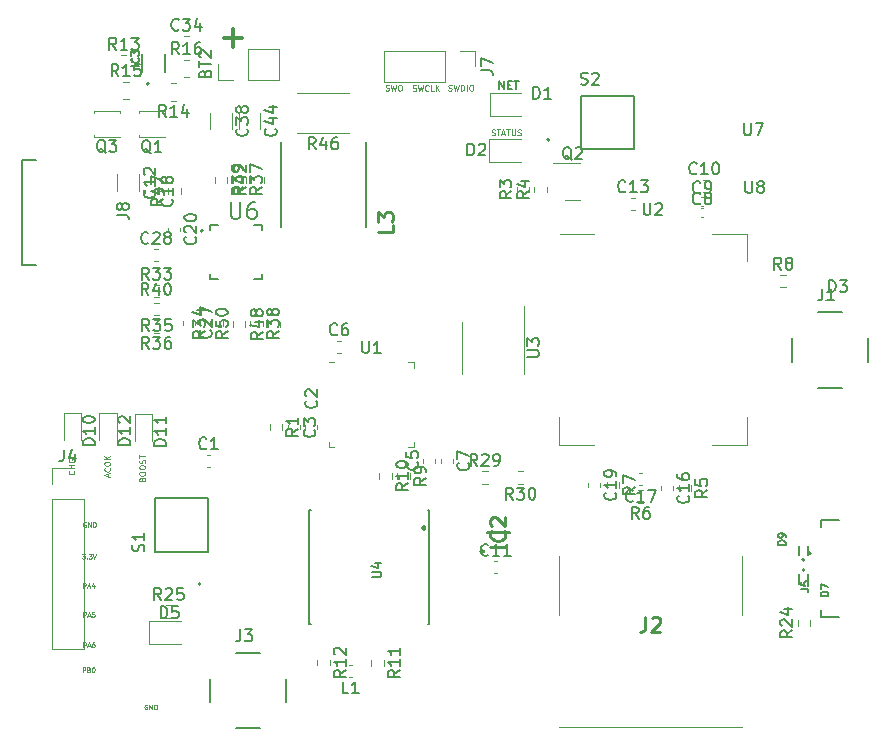
<source format=gbr>
%TF.GenerationSoftware,KiCad,Pcbnew,(6.0.2)*%
%TF.CreationDate,2022-09-17T14:06:51-08:00*%
%TF.ProjectId,HERTZ200,48455254-5a32-4303-902e-6b696361645f,VERSION 1*%
%TF.SameCoordinates,Original*%
%TF.FileFunction,Legend,Top*%
%TF.FilePolarity,Positive*%
%FSLAX46Y46*%
G04 Gerber Fmt 4.6, Leading zero omitted, Abs format (unit mm)*
G04 Created by KiCad (PCBNEW (6.0.2)) date 2022-09-17 14:06:51*
%MOMM*%
%LPD*%
G01*
G04 APERTURE LIST*
%ADD10C,0.100000*%
%ADD11C,0.120000*%
%ADD12C,0.125000*%
%ADD13C,0.130000*%
%ADD14C,0.300000*%
%ADD15C,0.150000*%
%ADD16C,0.254000*%
%ADD17C,0.127000*%
%ADD18C,0.200000*%
%ADD19C,0.250000*%
G04 APERTURE END LIST*
D10*
X35347333Y-75390352D02*
X35347333Y-74990352D01*
X35499714Y-74990352D01*
X35537809Y-75009400D01*
X35556857Y-75028447D01*
X35575904Y-75066542D01*
X35575904Y-75123685D01*
X35556857Y-75161780D01*
X35537809Y-75180828D01*
X35499714Y-75199876D01*
X35347333Y-75199876D01*
X35728285Y-75276066D02*
X35918761Y-75276066D01*
X35690190Y-75390352D02*
X35823523Y-74990352D01*
X35956857Y-75390352D01*
X36261619Y-75123685D02*
X36261619Y-75390352D01*
X36166380Y-74971304D02*
X36071142Y-75257019D01*
X36318761Y-75257019D01*
X35585438Y-69853200D02*
X35547342Y-69834152D01*
X35490200Y-69834152D01*
X35433057Y-69853200D01*
X35394961Y-69891295D01*
X35375914Y-69929390D01*
X35356866Y-70005580D01*
X35356866Y-70062723D01*
X35375914Y-70138914D01*
X35394961Y-70177009D01*
X35433057Y-70215104D01*
X35490200Y-70234152D01*
X35528295Y-70234152D01*
X35585438Y-70215104D01*
X35604485Y-70196057D01*
X35604485Y-70062723D01*
X35528295Y-70062723D01*
X35775914Y-70234152D02*
X35775914Y-69834152D01*
X36004485Y-70234152D01*
X36004485Y-69834152D01*
X36194961Y-70234152D02*
X36194961Y-69834152D01*
X36290200Y-69834152D01*
X36347342Y-69853200D01*
X36385438Y-69891295D01*
X36404485Y-69929390D01*
X36423533Y-70005580D01*
X36423533Y-70062723D01*
X36404485Y-70138914D01*
X36385438Y-70177009D01*
X36347342Y-70215104D01*
X36290200Y-70234152D01*
X36194961Y-70234152D01*
D11*
X34570171Y-65482742D02*
X34593980Y-65506552D01*
X34617790Y-65577980D01*
X34617790Y-65625600D01*
X34593980Y-65697028D01*
X34546361Y-65744647D01*
X34498742Y-65768457D01*
X34403504Y-65792266D01*
X34332076Y-65792266D01*
X34236838Y-65768457D01*
X34189219Y-65744647D01*
X34141600Y-65697028D01*
X34117790Y-65625600D01*
X34117790Y-65577980D01*
X34141600Y-65506552D01*
X34165409Y-65482742D01*
X34617790Y-65268457D02*
X34117790Y-65268457D01*
X34355885Y-65268457D02*
X34355885Y-64982742D01*
X34617790Y-64982742D02*
X34117790Y-64982742D01*
X34141600Y-64482742D02*
X34117790Y-64530361D01*
X34117790Y-64601790D01*
X34141600Y-64673219D01*
X34189219Y-64720838D01*
X34236838Y-64744647D01*
X34332076Y-64768457D01*
X34403504Y-64768457D01*
X34498742Y-64744647D01*
X34546361Y-64720838D01*
X34593980Y-64673219D01*
X34617790Y-64601790D01*
X34617790Y-64554171D01*
X34593980Y-64482742D01*
X34570171Y-64458933D01*
X34403504Y-64458933D01*
X34403504Y-64554171D01*
X37497533Y-65981152D02*
X37497533Y-65743057D01*
X37640390Y-66028771D02*
X37140390Y-65862104D01*
X37640390Y-65695438D01*
X37592771Y-65243057D02*
X37616580Y-65266866D01*
X37640390Y-65338295D01*
X37640390Y-65385914D01*
X37616580Y-65457342D01*
X37568961Y-65504961D01*
X37521342Y-65528771D01*
X37426104Y-65552580D01*
X37354676Y-65552580D01*
X37259438Y-65528771D01*
X37211819Y-65504961D01*
X37164200Y-65457342D01*
X37140390Y-65385914D01*
X37140390Y-65338295D01*
X37164200Y-65266866D01*
X37188009Y-65243057D01*
X37140390Y-64933533D02*
X37140390Y-64838295D01*
X37164200Y-64790676D01*
X37211819Y-64743057D01*
X37307057Y-64719247D01*
X37473723Y-64719247D01*
X37568961Y-64743057D01*
X37616580Y-64790676D01*
X37640390Y-64838295D01*
X37640390Y-64933533D01*
X37616580Y-64981152D01*
X37568961Y-65028771D01*
X37473723Y-65052580D01*
X37307057Y-65052580D01*
X37211819Y-65028771D01*
X37164200Y-64981152D01*
X37140390Y-64933533D01*
X37640390Y-64504961D02*
X37140390Y-64504961D01*
X37640390Y-64219247D02*
X37354676Y-64433533D01*
X37140390Y-64219247D02*
X37426104Y-64504961D01*
D10*
X40767038Y-85296400D02*
X40728942Y-85277352D01*
X40671800Y-85277352D01*
X40614657Y-85296400D01*
X40576561Y-85334495D01*
X40557514Y-85372590D01*
X40538466Y-85448780D01*
X40538466Y-85505923D01*
X40557514Y-85582114D01*
X40576561Y-85620209D01*
X40614657Y-85658304D01*
X40671800Y-85677352D01*
X40709895Y-85677352D01*
X40767038Y-85658304D01*
X40786085Y-85639257D01*
X40786085Y-85505923D01*
X40709895Y-85505923D01*
X40957514Y-85677352D02*
X40957514Y-85277352D01*
X41186085Y-85677352D01*
X41186085Y-85277352D01*
X41376561Y-85677352D02*
X41376561Y-85277352D01*
X41471800Y-85277352D01*
X41528942Y-85296400D01*
X41567038Y-85334495D01*
X41586085Y-85372590D01*
X41605133Y-85448780D01*
X41605133Y-85505923D01*
X41586085Y-85582114D01*
X41567038Y-85620209D01*
X41528942Y-85658304D01*
X41471800Y-85677352D01*
X41376561Y-85677352D01*
X35372733Y-80419552D02*
X35372733Y-80019552D01*
X35525114Y-80019552D01*
X35563209Y-80038600D01*
X35582257Y-80057647D01*
X35601304Y-80095742D01*
X35601304Y-80152885D01*
X35582257Y-80190980D01*
X35563209Y-80210028D01*
X35525114Y-80229076D01*
X35372733Y-80229076D01*
X35753685Y-80305266D02*
X35944161Y-80305266D01*
X35715590Y-80419552D02*
X35848923Y-80019552D01*
X35982257Y-80419552D01*
X36287019Y-80019552D02*
X36210828Y-80019552D01*
X36172733Y-80038600D01*
X36153685Y-80057647D01*
X36115590Y-80114790D01*
X36096542Y-80190980D01*
X36096542Y-80343361D01*
X36115590Y-80381457D01*
X36134638Y-80400504D01*
X36172733Y-80419552D01*
X36248923Y-80419552D01*
X36287019Y-80400504D01*
X36306066Y-80381457D01*
X36325114Y-80343361D01*
X36325114Y-80248123D01*
X36306066Y-80210028D01*
X36287019Y-80190980D01*
X36248923Y-80171933D01*
X36172733Y-80171933D01*
X36134638Y-80190980D01*
X36115590Y-80210028D01*
X36096542Y-80248123D01*
D11*
X40350285Y-66194666D02*
X40374095Y-66123238D01*
X40397904Y-66099428D01*
X40445523Y-66075619D01*
X40516952Y-66075619D01*
X40564571Y-66099428D01*
X40588380Y-66123238D01*
X40612190Y-66170857D01*
X40612190Y-66361333D01*
X40112190Y-66361333D01*
X40112190Y-66194666D01*
X40136000Y-66147047D01*
X40159809Y-66123238D01*
X40207428Y-66099428D01*
X40255047Y-66099428D01*
X40302666Y-66123238D01*
X40326476Y-66147047D01*
X40350285Y-66194666D01*
X40350285Y-66361333D01*
X40112190Y-65766095D02*
X40112190Y-65670857D01*
X40136000Y-65623238D01*
X40183619Y-65575619D01*
X40278857Y-65551809D01*
X40445523Y-65551809D01*
X40540761Y-65575619D01*
X40588380Y-65623238D01*
X40612190Y-65670857D01*
X40612190Y-65766095D01*
X40588380Y-65813714D01*
X40540761Y-65861333D01*
X40445523Y-65885142D01*
X40278857Y-65885142D01*
X40183619Y-65861333D01*
X40136000Y-65813714D01*
X40112190Y-65766095D01*
X40112190Y-65242285D02*
X40112190Y-65147047D01*
X40136000Y-65099428D01*
X40183619Y-65051809D01*
X40278857Y-65028000D01*
X40445523Y-65028000D01*
X40540761Y-65051809D01*
X40588380Y-65099428D01*
X40612190Y-65147047D01*
X40612190Y-65242285D01*
X40588380Y-65289904D01*
X40540761Y-65337523D01*
X40445523Y-65361333D01*
X40278857Y-65361333D01*
X40183619Y-65337523D01*
X40136000Y-65289904D01*
X40112190Y-65242285D01*
X40588380Y-64837523D02*
X40612190Y-64766095D01*
X40612190Y-64647047D01*
X40588380Y-64599428D01*
X40564571Y-64575619D01*
X40516952Y-64551809D01*
X40469333Y-64551809D01*
X40421714Y-64575619D01*
X40397904Y-64599428D01*
X40374095Y-64647047D01*
X40350285Y-64742285D01*
X40326476Y-64789904D01*
X40302666Y-64813714D01*
X40255047Y-64837523D01*
X40207428Y-64837523D01*
X40159809Y-64813714D01*
X40136000Y-64789904D01*
X40112190Y-64742285D01*
X40112190Y-64623238D01*
X40136000Y-64551809D01*
X40112190Y-64408952D02*
X40112190Y-64123238D01*
X40612190Y-64266095D02*
X40112190Y-64266095D01*
D10*
X35248923Y-72526552D02*
X35496542Y-72526552D01*
X35363209Y-72678933D01*
X35420352Y-72678933D01*
X35458447Y-72697980D01*
X35477495Y-72717028D01*
X35496542Y-72755123D01*
X35496542Y-72850361D01*
X35477495Y-72888457D01*
X35458447Y-72907504D01*
X35420352Y-72926552D01*
X35306066Y-72926552D01*
X35267971Y-72907504D01*
X35248923Y-72888457D01*
X35667971Y-72888457D02*
X35687019Y-72907504D01*
X35667971Y-72926552D01*
X35648923Y-72907504D01*
X35667971Y-72888457D01*
X35667971Y-72926552D01*
X35820352Y-72526552D02*
X36067971Y-72526552D01*
X35934638Y-72678933D01*
X35991780Y-72678933D01*
X36029876Y-72697980D01*
X36048923Y-72717028D01*
X36067971Y-72755123D01*
X36067971Y-72850361D01*
X36048923Y-72888457D01*
X36029876Y-72907504D01*
X35991780Y-72926552D01*
X35877495Y-72926552D01*
X35839400Y-72907504D01*
X35820352Y-72888457D01*
X36182257Y-72526552D02*
X36315590Y-72926552D01*
X36448923Y-72526552D01*
X35318761Y-82527752D02*
X35318761Y-82127752D01*
X35471142Y-82127752D01*
X35509238Y-82146800D01*
X35528285Y-82165847D01*
X35547333Y-82203942D01*
X35547333Y-82261085D01*
X35528285Y-82299180D01*
X35509238Y-82318228D01*
X35471142Y-82337276D01*
X35318761Y-82337276D01*
X35852095Y-82318228D02*
X35909238Y-82337276D01*
X35928285Y-82356323D01*
X35947333Y-82394419D01*
X35947333Y-82451561D01*
X35928285Y-82489657D01*
X35909238Y-82508704D01*
X35871142Y-82527752D01*
X35718761Y-82527752D01*
X35718761Y-82127752D01*
X35852095Y-82127752D01*
X35890190Y-82146800D01*
X35909238Y-82165847D01*
X35928285Y-82203942D01*
X35928285Y-82242038D01*
X35909238Y-82280133D01*
X35890190Y-82299180D01*
X35852095Y-82318228D01*
X35718761Y-82318228D01*
X36194952Y-82127752D02*
X36233047Y-82127752D01*
X36271142Y-82146800D01*
X36290190Y-82165847D01*
X36309238Y-82203942D01*
X36328285Y-82280133D01*
X36328285Y-82375371D01*
X36309238Y-82451561D01*
X36290190Y-82489657D01*
X36271142Y-82508704D01*
X36233047Y-82527752D01*
X36194952Y-82527752D01*
X36156857Y-82508704D01*
X36137809Y-82489657D01*
X36118761Y-82451561D01*
X36099714Y-82375371D01*
X36099714Y-82280133D01*
X36118761Y-82203942D01*
X36137809Y-82165847D01*
X36156857Y-82146800D01*
X36194952Y-82127752D01*
X35372733Y-77854152D02*
X35372733Y-77454152D01*
X35525114Y-77454152D01*
X35563209Y-77473200D01*
X35582257Y-77492247D01*
X35601304Y-77530342D01*
X35601304Y-77587485D01*
X35582257Y-77625580D01*
X35563209Y-77644628D01*
X35525114Y-77663676D01*
X35372733Y-77663676D01*
X35753685Y-77739866D02*
X35944161Y-77739866D01*
X35715590Y-77854152D02*
X35848923Y-77454152D01*
X35982257Y-77854152D01*
X36306066Y-77454152D02*
X36115590Y-77454152D01*
X36096542Y-77644628D01*
X36115590Y-77625580D01*
X36153685Y-77606533D01*
X36248923Y-77606533D01*
X36287019Y-77625580D01*
X36306066Y-77644628D01*
X36325114Y-77682723D01*
X36325114Y-77777961D01*
X36306066Y-77816057D01*
X36287019Y-77835104D01*
X36248923Y-77854152D01*
X36153685Y-77854152D01*
X36115590Y-77835104D01*
X36096542Y-77816057D01*
D12*
X69932704Y-37057780D02*
X70004133Y-37081590D01*
X70123180Y-37081590D01*
X70170800Y-37057780D01*
X70194609Y-37033971D01*
X70218419Y-36986352D01*
X70218419Y-36938733D01*
X70194609Y-36891114D01*
X70170800Y-36867304D01*
X70123180Y-36843495D01*
X70027942Y-36819685D01*
X69980323Y-36795876D01*
X69956514Y-36772066D01*
X69932704Y-36724447D01*
X69932704Y-36676828D01*
X69956514Y-36629209D01*
X69980323Y-36605400D01*
X70027942Y-36581590D01*
X70146990Y-36581590D01*
X70218419Y-36605400D01*
X70361276Y-36581590D02*
X70646990Y-36581590D01*
X70504133Y-37081590D02*
X70504133Y-36581590D01*
X70789847Y-36938733D02*
X71027942Y-36938733D01*
X70742228Y-37081590D02*
X70908895Y-36581590D01*
X71075561Y-37081590D01*
X71170800Y-36581590D02*
X71456514Y-36581590D01*
X71313657Y-37081590D02*
X71313657Y-36581590D01*
X71623180Y-36581590D02*
X71623180Y-36986352D01*
X71646990Y-37033971D01*
X71670800Y-37057780D01*
X71718419Y-37081590D01*
X71813657Y-37081590D01*
X71861276Y-37057780D01*
X71885085Y-37033971D01*
X71908895Y-36986352D01*
X71908895Y-36581590D01*
X72123180Y-37057780D02*
X72194609Y-37081590D01*
X72313657Y-37081590D01*
X72361276Y-37057780D01*
X72385085Y-37033971D01*
X72408895Y-36986352D01*
X72408895Y-36938733D01*
X72385085Y-36891114D01*
X72361276Y-36867304D01*
X72313657Y-36843495D01*
X72218419Y-36819685D01*
X72170800Y-36795876D01*
X72146990Y-36772066D01*
X72123180Y-36724447D01*
X72123180Y-36676828D01*
X72146990Y-36629209D01*
X72170800Y-36605400D01*
X72218419Y-36581590D01*
X72337466Y-36581590D01*
X72408895Y-36605400D01*
D10*
X60955323Y-33273180D02*
X61026752Y-33296990D01*
X61145800Y-33296990D01*
X61193419Y-33273180D01*
X61217228Y-33249371D01*
X61241038Y-33201752D01*
X61241038Y-33154133D01*
X61217228Y-33106514D01*
X61193419Y-33082704D01*
X61145800Y-33058895D01*
X61050561Y-33035085D01*
X61002942Y-33011276D01*
X60979133Y-32987466D01*
X60955323Y-32939847D01*
X60955323Y-32892228D01*
X60979133Y-32844609D01*
X61002942Y-32820800D01*
X61050561Y-32796990D01*
X61169609Y-32796990D01*
X61241038Y-32820800D01*
X61407704Y-32796990D02*
X61526752Y-33296990D01*
X61621990Y-32939847D01*
X61717228Y-33296990D01*
X61836276Y-32796990D01*
X62121990Y-32796990D02*
X62217228Y-32796990D01*
X62264847Y-32820800D01*
X62312466Y-32868419D01*
X62336276Y-32963657D01*
X62336276Y-33130323D01*
X62312466Y-33225561D01*
X62264847Y-33273180D01*
X62217228Y-33296990D01*
X62121990Y-33296990D01*
X62074371Y-33273180D01*
X62026752Y-33225561D01*
X62002942Y-33130323D01*
X62002942Y-32963657D01*
X62026752Y-32868419D01*
X62074371Y-32820800D01*
X62121990Y-32796990D01*
X63258047Y-33298580D02*
X63329476Y-33322390D01*
X63448523Y-33322390D01*
X63496142Y-33298580D01*
X63519952Y-33274771D01*
X63543761Y-33227152D01*
X63543761Y-33179533D01*
X63519952Y-33131914D01*
X63496142Y-33108104D01*
X63448523Y-33084295D01*
X63353285Y-33060485D01*
X63305666Y-33036676D01*
X63281857Y-33012866D01*
X63258047Y-32965247D01*
X63258047Y-32917628D01*
X63281857Y-32870009D01*
X63305666Y-32846200D01*
X63353285Y-32822390D01*
X63472333Y-32822390D01*
X63543761Y-32846200D01*
X63710428Y-32822390D02*
X63829476Y-33322390D01*
X63924714Y-32965247D01*
X64019952Y-33322390D01*
X64139000Y-32822390D01*
X64615190Y-33274771D02*
X64591380Y-33298580D01*
X64519952Y-33322390D01*
X64472333Y-33322390D01*
X64400904Y-33298580D01*
X64353285Y-33250961D01*
X64329476Y-33203342D01*
X64305666Y-33108104D01*
X64305666Y-33036676D01*
X64329476Y-32941438D01*
X64353285Y-32893819D01*
X64400904Y-32846200D01*
X64472333Y-32822390D01*
X64519952Y-32822390D01*
X64591380Y-32846200D01*
X64615190Y-32870009D01*
X65067571Y-33322390D02*
X64829476Y-33322390D01*
X64829476Y-32822390D01*
X65234238Y-33322390D02*
X65234238Y-32822390D01*
X65519952Y-33322390D02*
X65305666Y-33036676D01*
X65519952Y-32822390D02*
X65234238Y-33108104D01*
D13*
X70565266Y-33158866D02*
X70565266Y-32458866D01*
X70965266Y-33158866D01*
X70965266Y-32458866D01*
X71298600Y-32792200D02*
X71531933Y-32792200D01*
X71631933Y-33158866D02*
X71298600Y-33158866D01*
X71298600Y-32458866D01*
X71631933Y-32458866D01*
X71831933Y-32458866D02*
X72231933Y-32458866D01*
X72031933Y-33158866D02*
X72031933Y-32458866D01*
D14*
X47244095Y-28819457D02*
X48767904Y-28819457D01*
X48006000Y-29581361D02*
X48006000Y-28057552D01*
D10*
X66275876Y-33273180D02*
X66347304Y-33296990D01*
X66466352Y-33296990D01*
X66513971Y-33273180D01*
X66537780Y-33249371D01*
X66561590Y-33201752D01*
X66561590Y-33154133D01*
X66537780Y-33106514D01*
X66513971Y-33082704D01*
X66466352Y-33058895D01*
X66371114Y-33035085D01*
X66323495Y-33011276D01*
X66299685Y-32987466D01*
X66275876Y-32939847D01*
X66275876Y-32892228D01*
X66299685Y-32844609D01*
X66323495Y-32820800D01*
X66371114Y-32796990D01*
X66490161Y-32796990D01*
X66561590Y-32820800D01*
X66728257Y-32796990D02*
X66847304Y-33296990D01*
X66942542Y-32939847D01*
X67037780Y-33296990D01*
X67156828Y-32796990D01*
X67347304Y-33296990D02*
X67347304Y-32796990D01*
X67466352Y-32796990D01*
X67537780Y-32820800D01*
X67585400Y-32868419D01*
X67609209Y-32916038D01*
X67633019Y-33011276D01*
X67633019Y-33082704D01*
X67609209Y-33177942D01*
X67585400Y-33225561D01*
X67537780Y-33273180D01*
X67466352Y-33296990D01*
X67347304Y-33296990D01*
X67847304Y-33296990D02*
X67847304Y-32796990D01*
X68180638Y-32796990D02*
X68275876Y-32796990D01*
X68323495Y-32820800D01*
X68371114Y-32868419D01*
X68394923Y-32963657D01*
X68394923Y-33130323D01*
X68371114Y-33225561D01*
X68323495Y-33273180D01*
X68275876Y-33296990D01*
X68180638Y-33296990D01*
X68133019Y-33273180D01*
X68085400Y-33225561D01*
X68061590Y-33130323D01*
X68061590Y-32963657D01*
X68085400Y-32868419D01*
X68133019Y-32820800D01*
X68180638Y-32796990D01*
D15*
%TO.C,R3*%
X71615580Y-41822666D02*
X71139390Y-42156000D01*
X71615580Y-42394095D02*
X70615580Y-42394095D01*
X70615580Y-42013142D01*
X70663200Y-41917904D01*
X70710819Y-41870285D01*
X70806057Y-41822666D01*
X70948914Y-41822666D01*
X71044152Y-41870285D01*
X71091771Y-41917904D01*
X71139390Y-42013142D01*
X71139390Y-42394095D01*
X70615580Y-41489333D02*
X70615580Y-40870285D01*
X70996533Y-41203619D01*
X70996533Y-41060761D01*
X71044152Y-40965523D01*
X71091771Y-40917904D01*
X71187009Y-40870285D01*
X71425104Y-40870285D01*
X71520342Y-40917904D01*
X71567961Y-40965523D01*
X71615580Y-41060761D01*
X71615580Y-41346476D01*
X71567961Y-41441714D01*
X71520342Y-41489333D01*
%TO.C,D7*%
X98427164Y-76074541D02*
X97797243Y-76074541D01*
X97797243Y-75924560D01*
X97827239Y-75834571D01*
X97887231Y-75774579D01*
X97947224Y-75744583D01*
X98067209Y-75714586D01*
X98157198Y-75714586D01*
X98277183Y-75744583D01*
X98337175Y-75774579D01*
X98397168Y-75834571D01*
X98427164Y-75924560D01*
X98427164Y-76074541D01*
X97797243Y-75504613D02*
X97797243Y-75084665D01*
X98427164Y-75354631D01*
%TO.C,U4*%
X59784703Y-74489925D02*
X60422124Y-74489925D01*
X60497115Y-74452430D01*
X60534610Y-74414934D01*
X60572105Y-74339944D01*
X60572105Y-74189962D01*
X60534610Y-74114972D01*
X60497115Y-74077476D01*
X60422124Y-74039981D01*
X59784703Y-74039981D01*
X60047171Y-73327570D02*
X60572105Y-73327570D01*
X59747208Y-73515046D02*
X60309638Y-73702523D01*
X60309638Y-73215084D01*
%TO.C,C3*%
X54916342Y-61990266D02*
X54963961Y-62037885D01*
X55011580Y-62180742D01*
X55011580Y-62275980D01*
X54963961Y-62418838D01*
X54868723Y-62514076D01*
X54773485Y-62561695D01*
X54583009Y-62609314D01*
X54440152Y-62609314D01*
X54249676Y-62561695D01*
X54154438Y-62514076D01*
X54059200Y-62418838D01*
X54011580Y-62275980D01*
X54011580Y-62180742D01*
X54059200Y-62037885D01*
X54106819Y-61990266D01*
X54011580Y-61656933D02*
X54011580Y-61037885D01*
X54392533Y-61371219D01*
X54392533Y-61228361D01*
X54440152Y-61133123D01*
X54487771Y-61085504D01*
X54583009Y-61037885D01*
X54821104Y-61037885D01*
X54916342Y-61085504D01*
X54963961Y-61133123D01*
X55011580Y-61228361D01*
X55011580Y-61514076D01*
X54963961Y-61609314D01*
X54916342Y-61656933D01*
%TO.C,C7*%
X67954142Y-64809666D02*
X68001761Y-64857285D01*
X68049380Y-65000142D01*
X68049380Y-65095380D01*
X68001761Y-65238238D01*
X67906523Y-65333476D01*
X67811285Y-65381095D01*
X67620809Y-65428714D01*
X67477952Y-65428714D01*
X67287476Y-65381095D01*
X67192238Y-65333476D01*
X67097000Y-65238238D01*
X67049380Y-65095380D01*
X67049380Y-65000142D01*
X67097000Y-64857285D01*
X67144619Y-64809666D01*
X67049380Y-64476333D02*
X67049380Y-63809666D01*
X68049380Y-64238238D01*
%TO.C,R6*%
X82383333Y-69547980D02*
X82050000Y-69071790D01*
X81811904Y-69547980D02*
X81811904Y-68547980D01*
X82192857Y-68547980D01*
X82288095Y-68595600D01*
X82335714Y-68643219D01*
X82383333Y-68738457D01*
X82383333Y-68881314D01*
X82335714Y-68976552D01*
X82288095Y-69024171D01*
X82192857Y-69071790D01*
X81811904Y-69071790D01*
X83240476Y-68547980D02*
X83050000Y-68547980D01*
X82954761Y-68595600D01*
X82907142Y-68643219D01*
X82811904Y-68786076D01*
X82764285Y-68976552D01*
X82764285Y-69357504D01*
X82811904Y-69452742D01*
X82859523Y-69500361D01*
X82954761Y-69547980D01*
X83145238Y-69547980D01*
X83240476Y-69500361D01*
X83288095Y-69452742D01*
X83335714Y-69357504D01*
X83335714Y-69119409D01*
X83288095Y-69024171D01*
X83240476Y-68976552D01*
X83145238Y-68928933D01*
X82954761Y-68928933D01*
X82859523Y-68976552D01*
X82811904Y-69024171D01*
X82764285Y-69119409D01*
%TO.C,C44*%
X51635542Y-36507657D02*
X51683161Y-36555276D01*
X51730780Y-36698133D01*
X51730780Y-36793371D01*
X51683161Y-36936228D01*
X51587923Y-37031466D01*
X51492685Y-37079085D01*
X51302209Y-37126704D01*
X51159352Y-37126704D01*
X50968876Y-37079085D01*
X50873638Y-37031466D01*
X50778400Y-36936228D01*
X50730780Y-36793371D01*
X50730780Y-36698133D01*
X50778400Y-36555276D01*
X50826019Y-36507657D01*
X51064114Y-35650514D02*
X51730780Y-35650514D01*
X50683161Y-35888609D02*
X51397447Y-36126704D01*
X51397447Y-35507657D01*
X51064114Y-34698133D02*
X51730780Y-34698133D01*
X50683161Y-34936228D02*
X51397447Y-35174323D01*
X51397447Y-34555276D01*
%TO.C,R42*%
X49136580Y-41486057D02*
X48660390Y-41819390D01*
X49136580Y-42057485D02*
X48136580Y-42057485D01*
X48136580Y-41676533D01*
X48184200Y-41581295D01*
X48231819Y-41533676D01*
X48327057Y-41486057D01*
X48469914Y-41486057D01*
X48565152Y-41533676D01*
X48612771Y-41581295D01*
X48660390Y-41676533D01*
X48660390Y-42057485D01*
X48469914Y-40628914D02*
X49136580Y-40628914D01*
X48088961Y-40867009D02*
X48803247Y-41105104D01*
X48803247Y-40486057D01*
X48231819Y-40152723D02*
X48184200Y-40105104D01*
X48136580Y-40009866D01*
X48136580Y-39771771D01*
X48184200Y-39676533D01*
X48231819Y-39628914D01*
X48327057Y-39581295D01*
X48422295Y-39581295D01*
X48565152Y-39628914D01*
X49136580Y-40200342D01*
X49136580Y-39581295D01*
%TO.C,R13*%
X38142942Y-29832580D02*
X37809609Y-29356390D01*
X37571514Y-29832580D02*
X37571514Y-28832580D01*
X37952466Y-28832580D01*
X38047704Y-28880200D01*
X38095323Y-28927819D01*
X38142942Y-29023057D01*
X38142942Y-29165914D01*
X38095323Y-29261152D01*
X38047704Y-29308771D01*
X37952466Y-29356390D01*
X37571514Y-29356390D01*
X39095323Y-29832580D02*
X38523895Y-29832580D01*
X38809609Y-29832580D02*
X38809609Y-28832580D01*
X38714371Y-28975438D01*
X38619133Y-29070676D01*
X38523895Y-29118295D01*
X39428657Y-28832580D02*
X40047704Y-28832580D01*
X39714371Y-29213533D01*
X39857228Y-29213533D01*
X39952466Y-29261152D01*
X40000085Y-29308771D01*
X40047704Y-29404009D01*
X40047704Y-29642104D01*
X40000085Y-29737342D01*
X39952466Y-29784961D01*
X39857228Y-29832580D01*
X39571514Y-29832580D01*
X39476276Y-29784961D01*
X39428657Y-29737342D01*
%TO.C,Q3*%
X37268161Y-38566419D02*
X37172923Y-38518800D01*
X37077685Y-38423561D01*
X36934828Y-38280704D01*
X36839590Y-38233085D01*
X36744352Y-38233085D01*
X36791971Y-38471180D02*
X36696733Y-38423561D01*
X36601495Y-38328323D01*
X36553876Y-38137847D01*
X36553876Y-37804514D01*
X36601495Y-37614038D01*
X36696733Y-37518800D01*
X36791971Y-37471180D01*
X36982447Y-37471180D01*
X37077685Y-37518800D01*
X37172923Y-37614038D01*
X37220542Y-37804514D01*
X37220542Y-38137847D01*
X37172923Y-38328323D01*
X37077685Y-38423561D01*
X36982447Y-38471180D01*
X36791971Y-38471180D01*
X37553876Y-37471180D02*
X38172923Y-37471180D01*
X37839590Y-37852133D01*
X37982447Y-37852133D01*
X38077685Y-37899752D01*
X38125304Y-37947371D01*
X38172923Y-38042609D01*
X38172923Y-38280704D01*
X38125304Y-38375942D01*
X38077685Y-38423561D01*
X37982447Y-38471180D01*
X37696733Y-38471180D01*
X37601495Y-38423561D01*
X37553876Y-38375942D01*
%TO.C,C9*%
X87590333Y-41894542D02*
X87542714Y-41942161D01*
X87399857Y-41989780D01*
X87304619Y-41989780D01*
X87161761Y-41942161D01*
X87066523Y-41846923D01*
X87018904Y-41751685D01*
X86971285Y-41561209D01*
X86971285Y-41418352D01*
X87018904Y-41227876D01*
X87066523Y-41132638D01*
X87161761Y-41037400D01*
X87304619Y-40989780D01*
X87399857Y-40989780D01*
X87542714Y-41037400D01*
X87590333Y-41085019D01*
X88066523Y-41989780D02*
X88257000Y-41989780D01*
X88352238Y-41942161D01*
X88399857Y-41894542D01*
X88495095Y-41751685D01*
X88542714Y-41561209D01*
X88542714Y-41180257D01*
X88495095Y-41085019D01*
X88447476Y-41037400D01*
X88352238Y-40989780D01*
X88161761Y-40989780D01*
X88066523Y-41037400D01*
X88018904Y-41085019D01*
X87971285Y-41180257D01*
X87971285Y-41418352D01*
X88018904Y-41513590D01*
X88066523Y-41561209D01*
X88161761Y-41608828D01*
X88352238Y-41608828D01*
X88447476Y-41561209D01*
X88495095Y-41513590D01*
X88542714Y-41418352D01*
%TO.C,R46*%
X55033942Y-38251380D02*
X54700609Y-37775190D01*
X54462514Y-38251380D02*
X54462514Y-37251380D01*
X54843466Y-37251380D01*
X54938704Y-37299000D01*
X54986323Y-37346619D01*
X55033942Y-37441857D01*
X55033942Y-37584714D01*
X54986323Y-37679952D01*
X54938704Y-37727571D01*
X54843466Y-37775190D01*
X54462514Y-37775190D01*
X55891085Y-37584714D02*
X55891085Y-38251380D01*
X55652990Y-37203761D02*
X55414895Y-37918047D01*
X56033942Y-37918047D01*
X56843466Y-37251380D02*
X56652990Y-37251380D01*
X56557752Y-37299000D01*
X56510133Y-37346619D01*
X56414895Y-37489476D01*
X56367276Y-37679952D01*
X56367276Y-38060904D01*
X56414895Y-38156142D01*
X56462514Y-38203761D01*
X56557752Y-38251380D01*
X56748228Y-38251380D01*
X56843466Y-38203761D01*
X56891085Y-38156142D01*
X56938704Y-38060904D01*
X56938704Y-37822809D01*
X56891085Y-37727571D01*
X56843466Y-37679952D01*
X56748228Y-37632333D01*
X56557752Y-37632333D01*
X56462514Y-37679952D01*
X56414895Y-37727571D01*
X56367276Y-37822809D01*
%TO.C,R14*%
X42359342Y-35503380D02*
X42026009Y-35027190D01*
X41787914Y-35503380D02*
X41787914Y-34503380D01*
X42168866Y-34503380D01*
X42264104Y-34551000D01*
X42311723Y-34598619D01*
X42359342Y-34693857D01*
X42359342Y-34836714D01*
X42311723Y-34931952D01*
X42264104Y-34979571D01*
X42168866Y-35027190D01*
X41787914Y-35027190D01*
X43311723Y-35503380D02*
X42740295Y-35503380D01*
X43026009Y-35503380D02*
X43026009Y-34503380D01*
X42930771Y-34646238D01*
X42835533Y-34741476D01*
X42740295Y-34789095D01*
X44168866Y-34836714D02*
X44168866Y-35503380D01*
X43930771Y-34455761D02*
X43692676Y-35170047D01*
X44311723Y-35170047D01*
%TO.C,R33*%
X40911542Y-49288980D02*
X40578209Y-48812790D01*
X40340114Y-49288980D02*
X40340114Y-48288980D01*
X40721066Y-48288980D01*
X40816304Y-48336600D01*
X40863923Y-48384219D01*
X40911542Y-48479457D01*
X40911542Y-48622314D01*
X40863923Y-48717552D01*
X40816304Y-48765171D01*
X40721066Y-48812790D01*
X40340114Y-48812790D01*
X41244876Y-48288980D02*
X41863923Y-48288980D01*
X41530590Y-48669933D01*
X41673447Y-48669933D01*
X41768685Y-48717552D01*
X41816304Y-48765171D01*
X41863923Y-48860409D01*
X41863923Y-49098504D01*
X41816304Y-49193742D01*
X41768685Y-49241361D01*
X41673447Y-49288980D01*
X41387733Y-49288980D01*
X41292495Y-49241361D01*
X41244876Y-49193742D01*
X42197257Y-48288980D02*
X42816304Y-48288980D01*
X42482971Y-48669933D01*
X42625828Y-48669933D01*
X42721066Y-48717552D01*
X42768685Y-48765171D01*
X42816304Y-48860409D01*
X42816304Y-49098504D01*
X42768685Y-49193742D01*
X42721066Y-49241361D01*
X42625828Y-49288980D01*
X42340114Y-49288980D01*
X42244876Y-49241361D01*
X42197257Y-49193742D01*
%TO.C,J1*%
X97944466Y-50062380D02*
X97944466Y-50776666D01*
X97896847Y-50919523D01*
X97801609Y-51014761D01*
X97658752Y-51062380D01*
X97563514Y-51062380D01*
X98944466Y-51062380D02*
X98373038Y-51062380D01*
X98658752Y-51062380D02*
X98658752Y-50062380D01*
X98563514Y-50205238D01*
X98468276Y-50300476D01*
X98373038Y-50348095D01*
%TO.C,C28*%
X40886142Y-46171142D02*
X40838523Y-46218761D01*
X40695666Y-46266380D01*
X40600428Y-46266380D01*
X40457571Y-46218761D01*
X40362333Y-46123523D01*
X40314714Y-46028285D01*
X40267095Y-45837809D01*
X40267095Y-45694952D01*
X40314714Y-45504476D01*
X40362333Y-45409238D01*
X40457571Y-45314000D01*
X40600428Y-45266380D01*
X40695666Y-45266380D01*
X40838523Y-45314000D01*
X40886142Y-45361619D01*
X41267095Y-45361619D02*
X41314714Y-45314000D01*
X41409952Y-45266380D01*
X41648047Y-45266380D01*
X41743285Y-45314000D01*
X41790904Y-45361619D01*
X41838523Y-45456857D01*
X41838523Y-45552095D01*
X41790904Y-45694952D01*
X41219476Y-46266380D01*
X41838523Y-46266380D01*
X42409952Y-45694952D02*
X42314714Y-45647333D01*
X42267095Y-45599714D01*
X42219476Y-45504476D01*
X42219476Y-45456857D01*
X42267095Y-45361619D01*
X42314714Y-45314000D01*
X42409952Y-45266380D01*
X42600428Y-45266380D01*
X42695666Y-45314000D01*
X42743285Y-45361619D01*
X42790904Y-45456857D01*
X42790904Y-45504476D01*
X42743285Y-45599714D01*
X42695666Y-45647333D01*
X42600428Y-45694952D01*
X42409952Y-45694952D01*
X42314714Y-45742571D01*
X42267095Y-45790190D01*
X42219476Y-45885428D01*
X42219476Y-46075904D01*
X42267095Y-46171142D01*
X42314714Y-46218761D01*
X42409952Y-46266380D01*
X42600428Y-46266380D01*
X42695666Y-46218761D01*
X42743285Y-46171142D01*
X42790904Y-46075904D01*
X42790904Y-45885428D01*
X42743285Y-45790190D01*
X42695666Y-45742571D01*
X42600428Y-45694952D01*
%TO.C,R11*%
X62156580Y-82380057D02*
X61680390Y-82713390D01*
X62156580Y-82951485D02*
X61156580Y-82951485D01*
X61156580Y-82570533D01*
X61204200Y-82475295D01*
X61251819Y-82427676D01*
X61347057Y-82380057D01*
X61489914Y-82380057D01*
X61585152Y-82427676D01*
X61632771Y-82475295D01*
X61680390Y-82570533D01*
X61680390Y-82951485D01*
X62156580Y-81427676D02*
X62156580Y-81999104D01*
X62156580Y-81713390D02*
X61156580Y-81713390D01*
X61299438Y-81808628D01*
X61394676Y-81903866D01*
X61442295Y-81999104D01*
X62156580Y-80475295D02*
X62156580Y-81046723D01*
X62156580Y-80761009D02*
X61156580Y-80761009D01*
X61299438Y-80856247D01*
X61394676Y-80951485D01*
X61442295Y-81046723D01*
%TO.C,D11*%
X42369980Y-63368085D02*
X41369980Y-63368085D01*
X41369980Y-63129990D01*
X41417600Y-62987133D01*
X41512838Y-62891895D01*
X41608076Y-62844276D01*
X41798552Y-62796657D01*
X41941409Y-62796657D01*
X42131885Y-62844276D01*
X42227123Y-62891895D01*
X42322361Y-62987133D01*
X42369980Y-63129990D01*
X42369980Y-63368085D01*
X42369980Y-61844276D02*
X42369980Y-62415704D01*
X42369980Y-62129990D02*
X41369980Y-62129990D01*
X41512838Y-62225228D01*
X41608076Y-62320466D01*
X41655695Y-62415704D01*
X42369980Y-60891895D02*
X42369980Y-61463323D01*
X42369980Y-61177609D02*
X41369980Y-61177609D01*
X41512838Y-61272847D01*
X41608076Y-61368085D01*
X41655695Y-61463323D01*
%TO.C,U6*%
X47862233Y-42768933D02*
X47862233Y-43902266D01*
X47928900Y-44035600D01*
X47995566Y-44102266D01*
X48128900Y-44168933D01*
X48395566Y-44168933D01*
X48528900Y-44102266D01*
X48595566Y-44035600D01*
X48662233Y-43902266D01*
X48662233Y-42768933D01*
X49928900Y-42768933D02*
X49662233Y-42768933D01*
X49528900Y-42835600D01*
X49462233Y-42902266D01*
X49328900Y-43102266D01*
X49262233Y-43368933D01*
X49262233Y-43902266D01*
X49328900Y-44035600D01*
X49395566Y-44102266D01*
X49528900Y-44168933D01*
X49795566Y-44168933D01*
X49928900Y-44102266D01*
X49995566Y-44035600D01*
X50062233Y-43902266D01*
X50062233Y-43568933D01*
X49995566Y-43435600D01*
X49928900Y-43368933D01*
X49795566Y-43302266D01*
X49528900Y-43302266D01*
X49395566Y-43368933D01*
X49328900Y-43435600D01*
X49262233Y-43568933D01*
%TO.C,C13*%
X81272142Y-41802342D02*
X81224523Y-41849961D01*
X81081666Y-41897580D01*
X80986428Y-41897580D01*
X80843571Y-41849961D01*
X80748333Y-41754723D01*
X80700714Y-41659485D01*
X80653095Y-41469009D01*
X80653095Y-41326152D01*
X80700714Y-41135676D01*
X80748333Y-41040438D01*
X80843571Y-40945200D01*
X80986428Y-40897580D01*
X81081666Y-40897580D01*
X81224523Y-40945200D01*
X81272142Y-40992819D01*
X82224523Y-41897580D02*
X81653095Y-41897580D01*
X81938809Y-41897580D02*
X81938809Y-40897580D01*
X81843571Y-41040438D01*
X81748333Y-41135676D01*
X81653095Y-41183295D01*
X82557857Y-40897580D02*
X83176904Y-40897580D01*
X82843571Y-41278533D01*
X82986428Y-41278533D01*
X83081666Y-41326152D01*
X83129285Y-41373771D01*
X83176904Y-41469009D01*
X83176904Y-41707104D01*
X83129285Y-41802342D01*
X83081666Y-41849961D01*
X82986428Y-41897580D01*
X82700714Y-41897580D01*
X82605476Y-41849961D01*
X82557857Y-41802342D01*
%TO.C,D12*%
X39347380Y-63317285D02*
X38347380Y-63317285D01*
X38347380Y-63079190D01*
X38395000Y-62936333D01*
X38490238Y-62841095D01*
X38585476Y-62793476D01*
X38775952Y-62745857D01*
X38918809Y-62745857D01*
X39109285Y-62793476D01*
X39204523Y-62841095D01*
X39299761Y-62936333D01*
X39347380Y-63079190D01*
X39347380Y-63317285D01*
X39347380Y-61793476D02*
X39347380Y-62364904D01*
X39347380Y-62079190D02*
X38347380Y-62079190D01*
X38490238Y-62174428D01*
X38585476Y-62269666D01*
X38633095Y-62364904D01*
X38442619Y-61412523D02*
X38395000Y-61364904D01*
X38347380Y-61269666D01*
X38347380Y-61031571D01*
X38395000Y-60936333D01*
X38442619Y-60888714D01*
X38537857Y-60841095D01*
X38633095Y-60841095D01*
X38775952Y-60888714D01*
X39347380Y-61460142D01*
X39347380Y-60841095D01*
%TO.C,C19*%
X80400142Y-67343257D02*
X80447761Y-67390876D01*
X80495380Y-67533733D01*
X80495380Y-67628971D01*
X80447761Y-67771828D01*
X80352523Y-67867066D01*
X80257285Y-67914685D01*
X80066809Y-67962304D01*
X79923952Y-67962304D01*
X79733476Y-67914685D01*
X79638238Y-67867066D01*
X79543000Y-67771828D01*
X79495380Y-67628971D01*
X79495380Y-67533733D01*
X79543000Y-67390876D01*
X79590619Y-67343257D01*
X80495380Y-66390876D02*
X80495380Y-66962304D01*
X80495380Y-66676590D02*
X79495380Y-66676590D01*
X79638238Y-66771828D01*
X79733476Y-66867066D01*
X79781095Y-66962304D01*
X80495380Y-65914685D02*
X80495380Y-65724209D01*
X80447761Y-65628971D01*
X80400142Y-65581352D01*
X80257285Y-65486114D01*
X80066809Y-65438495D01*
X79685857Y-65438495D01*
X79590619Y-65486114D01*
X79543000Y-65533733D01*
X79495380Y-65628971D01*
X79495380Y-65819447D01*
X79543000Y-65914685D01*
X79590619Y-65962304D01*
X79685857Y-66009923D01*
X79923952Y-66009923D01*
X80019190Y-65962304D01*
X80066809Y-65914685D01*
X80114428Y-65819447D01*
X80114428Y-65628971D01*
X80066809Y-65533733D01*
X80019190Y-65486114D01*
X79923952Y-65438495D01*
%TO.C,C17*%
X81907142Y-68004942D02*
X81859523Y-68052561D01*
X81716666Y-68100180D01*
X81621428Y-68100180D01*
X81478571Y-68052561D01*
X81383333Y-67957323D01*
X81335714Y-67862085D01*
X81288095Y-67671609D01*
X81288095Y-67528752D01*
X81335714Y-67338276D01*
X81383333Y-67243038D01*
X81478571Y-67147800D01*
X81621428Y-67100180D01*
X81716666Y-67100180D01*
X81859523Y-67147800D01*
X81907142Y-67195419D01*
X82859523Y-68100180D02*
X82288095Y-68100180D01*
X82573809Y-68100180D02*
X82573809Y-67100180D01*
X82478571Y-67243038D01*
X82383333Y-67338276D01*
X82288095Y-67385895D01*
X83192857Y-67100180D02*
X83859523Y-67100180D01*
X83430952Y-68100180D01*
%TO.C,C10*%
X87291942Y-40278342D02*
X87244323Y-40325961D01*
X87101466Y-40373580D01*
X87006228Y-40373580D01*
X86863371Y-40325961D01*
X86768133Y-40230723D01*
X86720514Y-40135485D01*
X86672895Y-39945009D01*
X86672895Y-39802152D01*
X86720514Y-39611676D01*
X86768133Y-39516438D01*
X86863371Y-39421200D01*
X87006228Y-39373580D01*
X87101466Y-39373580D01*
X87244323Y-39421200D01*
X87291942Y-39468819D01*
X88244323Y-40373580D02*
X87672895Y-40373580D01*
X87958609Y-40373580D02*
X87958609Y-39373580D01*
X87863371Y-39516438D01*
X87768133Y-39611676D01*
X87672895Y-39659295D01*
X88863371Y-39373580D02*
X88958609Y-39373580D01*
X89053847Y-39421200D01*
X89101466Y-39468819D01*
X89149085Y-39564057D01*
X89196704Y-39754533D01*
X89196704Y-39992628D01*
X89149085Y-40183104D01*
X89101466Y-40278342D01*
X89053847Y-40325961D01*
X88958609Y-40373580D01*
X88863371Y-40373580D01*
X88768133Y-40325961D01*
X88720514Y-40278342D01*
X88672895Y-40183104D01*
X88625276Y-39992628D01*
X88625276Y-39754533D01*
X88672895Y-39564057D01*
X88720514Y-39468819D01*
X88768133Y-39421200D01*
X88863371Y-39373580D01*
%TO.C,U7*%
X91330473Y-36071196D02*
X91330473Y-36881880D01*
X91378160Y-36977254D01*
X91425848Y-37024941D01*
X91521222Y-37072629D01*
X91711971Y-37072629D01*
X91807346Y-37024941D01*
X91855033Y-36977254D01*
X91902720Y-36881880D01*
X91902720Y-36071196D01*
X92284219Y-36071196D02*
X92951841Y-36071196D01*
X92522655Y-37072629D01*
%TO.C,D12*%
X39347380Y-63317285D02*
X38347380Y-63317285D01*
X38347380Y-63079190D01*
X38395000Y-62936333D01*
X38490238Y-62841095D01*
X38585476Y-62793476D01*
X38775952Y-62745857D01*
X38918809Y-62745857D01*
X39109285Y-62793476D01*
X39204523Y-62841095D01*
X39299761Y-62936333D01*
X39347380Y-63079190D01*
X39347380Y-63317285D01*
X39347380Y-61793476D02*
X39347380Y-62364904D01*
X39347380Y-62079190D02*
X38347380Y-62079190D01*
X38490238Y-62174428D01*
X38585476Y-62269666D01*
X38633095Y-62364904D01*
X38442619Y-61412523D02*
X38395000Y-61364904D01*
X38347380Y-61269666D01*
X38347380Y-61031571D01*
X38395000Y-60936333D01*
X38442619Y-60888714D01*
X38537857Y-60841095D01*
X38633095Y-60841095D01*
X38775952Y-60888714D01*
X39347380Y-61460142D01*
X39347380Y-60841095D01*
D16*
%TO.C,J2*%
X82952462Y-77869523D02*
X82952462Y-78776666D01*
X82891986Y-78958095D01*
X82771034Y-79079047D01*
X82589605Y-79139523D01*
X82468653Y-79139523D01*
X83496748Y-77990476D02*
X83557224Y-77930000D01*
X83678176Y-77869523D01*
X83980557Y-77869523D01*
X84101510Y-77930000D01*
X84161986Y-77990476D01*
X84222462Y-78111428D01*
X84222462Y-78232380D01*
X84161986Y-78413809D01*
X83436272Y-79139523D01*
X84222462Y-79139523D01*
D15*
%TO.C,R29*%
X68724542Y-65062380D02*
X68391209Y-64586190D01*
X68153114Y-65062380D02*
X68153114Y-64062380D01*
X68534066Y-64062380D01*
X68629304Y-64110000D01*
X68676923Y-64157619D01*
X68724542Y-64252857D01*
X68724542Y-64395714D01*
X68676923Y-64490952D01*
X68629304Y-64538571D01*
X68534066Y-64586190D01*
X68153114Y-64586190D01*
X69105495Y-64157619D02*
X69153114Y-64110000D01*
X69248352Y-64062380D01*
X69486447Y-64062380D01*
X69581685Y-64110000D01*
X69629304Y-64157619D01*
X69676923Y-64252857D01*
X69676923Y-64348095D01*
X69629304Y-64490952D01*
X69057876Y-65062380D01*
X69676923Y-65062380D01*
X70153114Y-65062380D02*
X70343590Y-65062380D01*
X70438828Y-65014761D01*
X70486447Y-64967142D01*
X70581685Y-64824285D01*
X70629304Y-64633809D01*
X70629304Y-64252857D01*
X70581685Y-64157619D01*
X70534066Y-64110000D01*
X70438828Y-64062380D01*
X70248352Y-64062380D01*
X70153114Y-64110000D01*
X70105495Y-64157619D01*
X70057876Y-64252857D01*
X70057876Y-64490952D01*
X70105495Y-64586190D01*
X70153114Y-64633809D01*
X70248352Y-64681428D01*
X70438828Y-64681428D01*
X70534066Y-64633809D01*
X70581685Y-64586190D01*
X70629304Y-64490952D01*
D16*
%TO.C,L3*%
X61602923Y-44685866D02*
X61602923Y-45290628D01*
X60332923Y-45290628D01*
X60332923Y-44383485D02*
X60332923Y-43597295D01*
X60816733Y-44020628D01*
X60816733Y-43839200D01*
X60877209Y-43718247D01*
X60937685Y-43657771D01*
X61058638Y-43597295D01*
X61361019Y-43597295D01*
X61481971Y-43657771D01*
X61542447Y-43718247D01*
X61602923Y-43839200D01*
X61602923Y-44202057D01*
X61542447Y-44323009D01*
X61481971Y-44383485D01*
D15*
%TO.C,C2*%
X55068742Y-59551866D02*
X55116361Y-59599485D01*
X55163980Y-59742342D01*
X55163980Y-59837580D01*
X55116361Y-59980438D01*
X55021123Y-60075676D01*
X54925885Y-60123295D01*
X54735409Y-60170914D01*
X54592552Y-60170914D01*
X54402076Y-60123295D01*
X54306838Y-60075676D01*
X54211600Y-59980438D01*
X54163980Y-59837580D01*
X54163980Y-59742342D01*
X54211600Y-59599485D01*
X54259219Y-59551866D01*
X54259219Y-59170914D02*
X54211600Y-59123295D01*
X54163980Y-59028057D01*
X54163980Y-58789961D01*
X54211600Y-58694723D01*
X54259219Y-58647104D01*
X54354457Y-58599485D01*
X54449695Y-58599485D01*
X54592552Y-58647104D01*
X55163980Y-59218533D01*
X55163980Y-58599485D01*
%TO.C,R10*%
X62842380Y-66555857D02*
X62366190Y-66889190D01*
X62842380Y-67127285D02*
X61842380Y-67127285D01*
X61842380Y-66746333D01*
X61890000Y-66651095D01*
X61937619Y-66603476D01*
X62032857Y-66555857D01*
X62175714Y-66555857D01*
X62270952Y-66603476D01*
X62318571Y-66651095D01*
X62366190Y-66746333D01*
X62366190Y-67127285D01*
X62842380Y-65603476D02*
X62842380Y-66174904D01*
X62842380Y-65889190D02*
X61842380Y-65889190D01*
X61985238Y-65984428D01*
X62080476Y-66079666D01*
X62128095Y-66174904D01*
X61842380Y-64984428D02*
X61842380Y-64889190D01*
X61890000Y-64793952D01*
X61937619Y-64746333D01*
X62032857Y-64698714D01*
X62223333Y-64651095D01*
X62461428Y-64651095D01*
X62651904Y-64698714D01*
X62747142Y-64746333D01*
X62794761Y-64793952D01*
X62842380Y-64889190D01*
X62842380Y-64984428D01*
X62794761Y-65079666D01*
X62747142Y-65127285D01*
X62651904Y-65174904D01*
X62461428Y-65222523D01*
X62223333Y-65222523D01*
X62032857Y-65174904D01*
X61937619Y-65127285D01*
X61890000Y-65079666D01*
X61842380Y-64984428D01*
%TO.C,C16*%
X86572342Y-67597257D02*
X86619961Y-67644876D01*
X86667580Y-67787733D01*
X86667580Y-67882971D01*
X86619961Y-68025828D01*
X86524723Y-68121066D01*
X86429485Y-68168685D01*
X86239009Y-68216304D01*
X86096152Y-68216304D01*
X85905676Y-68168685D01*
X85810438Y-68121066D01*
X85715200Y-68025828D01*
X85667580Y-67882971D01*
X85667580Y-67787733D01*
X85715200Y-67644876D01*
X85762819Y-67597257D01*
X86667580Y-66644876D02*
X86667580Y-67216304D01*
X86667580Y-66930590D02*
X85667580Y-66930590D01*
X85810438Y-67025828D01*
X85905676Y-67121066D01*
X85953295Y-67216304D01*
X85667580Y-65787733D02*
X85667580Y-65978209D01*
X85715200Y-66073447D01*
X85762819Y-66121066D01*
X85905676Y-66216304D01*
X86096152Y-66263923D01*
X86477104Y-66263923D01*
X86572342Y-66216304D01*
X86619961Y-66168685D01*
X86667580Y-66073447D01*
X86667580Y-65882971D01*
X86619961Y-65787733D01*
X86572342Y-65740114D01*
X86477104Y-65692495D01*
X86239009Y-65692495D01*
X86143771Y-65740114D01*
X86096152Y-65787733D01*
X86048533Y-65882971D01*
X86048533Y-66073447D01*
X86096152Y-66168685D01*
X86143771Y-66216304D01*
X86239009Y-66263923D01*
%TO.C,R37*%
X50472580Y-41486057D02*
X49996390Y-41819390D01*
X50472580Y-42057485D02*
X49472580Y-42057485D01*
X49472580Y-41676533D01*
X49520200Y-41581295D01*
X49567819Y-41533676D01*
X49663057Y-41486057D01*
X49805914Y-41486057D01*
X49901152Y-41533676D01*
X49948771Y-41581295D01*
X49996390Y-41676533D01*
X49996390Y-42057485D01*
X49472580Y-41152723D02*
X49472580Y-40533676D01*
X49853533Y-40867009D01*
X49853533Y-40724152D01*
X49901152Y-40628914D01*
X49948771Y-40581295D01*
X50044009Y-40533676D01*
X50282104Y-40533676D01*
X50377342Y-40581295D01*
X50424961Y-40628914D01*
X50472580Y-40724152D01*
X50472580Y-41009866D01*
X50424961Y-41105104D01*
X50377342Y-41152723D01*
X49472580Y-40200342D02*
X49472580Y-39533676D01*
X50472580Y-39962247D01*
%TO.C,R30*%
X71747142Y-67922380D02*
X71413809Y-67446190D01*
X71175714Y-67922380D02*
X71175714Y-66922380D01*
X71556666Y-66922380D01*
X71651904Y-66970000D01*
X71699523Y-67017619D01*
X71747142Y-67112857D01*
X71747142Y-67255714D01*
X71699523Y-67350952D01*
X71651904Y-67398571D01*
X71556666Y-67446190D01*
X71175714Y-67446190D01*
X72080476Y-66922380D02*
X72699523Y-66922380D01*
X72366190Y-67303333D01*
X72509047Y-67303333D01*
X72604285Y-67350952D01*
X72651904Y-67398571D01*
X72699523Y-67493809D01*
X72699523Y-67731904D01*
X72651904Y-67827142D01*
X72604285Y-67874761D01*
X72509047Y-67922380D01*
X72223333Y-67922380D01*
X72128095Y-67874761D01*
X72080476Y-67827142D01*
X73318571Y-66922380D02*
X73413809Y-66922380D01*
X73509047Y-66970000D01*
X73556666Y-67017619D01*
X73604285Y-67112857D01*
X73651904Y-67303333D01*
X73651904Y-67541428D01*
X73604285Y-67731904D01*
X73556666Y-67827142D01*
X73509047Y-67874761D01*
X73413809Y-67922380D01*
X73318571Y-67922380D01*
X73223333Y-67874761D01*
X73175714Y-67827142D01*
X73128095Y-67731904D01*
X73080476Y-67541428D01*
X73080476Y-67303333D01*
X73128095Y-67112857D01*
X73175714Y-67017619D01*
X73223333Y-66970000D01*
X73318571Y-66922380D01*
%TO.C,U8*%
X91432073Y-40947996D02*
X91432073Y-41758680D01*
X91479760Y-41854054D01*
X91527448Y-41901741D01*
X91622822Y-41949429D01*
X91813571Y-41949429D01*
X91908946Y-41901741D01*
X91956633Y-41854054D01*
X92004320Y-41758680D01*
X92004320Y-40947996D01*
X92624255Y-41377181D02*
X92528881Y-41329494D01*
X92481193Y-41281807D01*
X92433506Y-41186432D01*
X92433506Y-41138745D01*
X92481193Y-41043370D01*
X92528881Y-40995683D01*
X92624255Y-40947996D01*
X92815004Y-40947996D01*
X92910379Y-40995683D01*
X92958066Y-41043370D01*
X93005753Y-41138745D01*
X93005753Y-41186432D01*
X92958066Y-41281807D01*
X92910379Y-41329494D01*
X92815004Y-41377181D01*
X92624255Y-41377181D01*
X92528881Y-41424869D01*
X92481193Y-41472556D01*
X92433506Y-41567930D01*
X92433506Y-41758680D01*
X92481193Y-41854054D01*
X92528881Y-41901741D01*
X92624255Y-41949429D01*
X92815004Y-41949429D01*
X92910379Y-41901741D01*
X92958066Y-41854054D01*
X93005753Y-41758680D01*
X93005753Y-41567930D01*
X92958066Y-41472556D01*
X92910379Y-41424869D01*
X92815004Y-41377181D01*
%TO.C,IC3*%
X40076923Y-31219961D02*
X39436923Y-31219961D01*
X40015971Y-30549485D02*
X40046447Y-30579961D01*
X40076923Y-30671390D01*
X40076923Y-30732342D01*
X40046447Y-30823771D01*
X39985495Y-30884723D01*
X39924542Y-30915200D01*
X39802638Y-30945676D01*
X39711209Y-30945676D01*
X39589304Y-30915200D01*
X39528352Y-30884723D01*
X39467400Y-30823771D01*
X39436923Y-30732342D01*
X39436923Y-30671390D01*
X39467400Y-30579961D01*
X39497876Y-30549485D01*
X39436923Y-30336152D02*
X39436923Y-29939961D01*
X39680733Y-30153295D01*
X39680733Y-30061866D01*
X39711209Y-30000914D01*
X39741685Y-29970438D01*
X39802638Y-29939961D01*
X39955019Y-29939961D01*
X40015971Y-29970438D01*
X40046447Y-30000914D01*
X40076923Y-30061866D01*
X40076923Y-30244723D01*
X40046447Y-30305676D01*
X40015971Y-30336152D01*
%TO.C,U2*%
X82804095Y-42808380D02*
X82804095Y-43617904D01*
X82851714Y-43713142D01*
X82899333Y-43760761D01*
X82994571Y-43808380D01*
X83185047Y-43808380D01*
X83280285Y-43760761D01*
X83327904Y-43713142D01*
X83375523Y-43617904D01*
X83375523Y-42808380D01*
X83804095Y-42903619D02*
X83851714Y-42856000D01*
X83946952Y-42808380D01*
X84185047Y-42808380D01*
X84280285Y-42856000D01*
X84327904Y-42903619D01*
X84375523Y-42998857D01*
X84375523Y-43094095D01*
X84327904Y-43236952D01*
X83756476Y-43808380D01*
X84375523Y-43808380D01*
%TO.C,R15*%
X38346142Y-32076380D02*
X38012809Y-31600190D01*
X37774714Y-32076380D02*
X37774714Y-31076380D01*
X38155666Y-31076380D01*
X38250904Y-31124000D01*
X38298523Y-31171619D01*
X38346142Y-31266857D01*
X38346142Y-31409714D01*
X38298523Y-31504952D01*
X38250904Y-31552571D01*
X38155666Y-31600190D01*
X37774714Y-31600190D01*
X39298523Y-32076380D02*
X38727095Y-32076380D01*
X39012809Y-32076380D02*
X39012809Y-31076380D01*
X38917571Y-31219238D01*
X38822333Y-31314476D01*
X38727095Y-31362095D01*
X40203285Y-31076380D02*
X39727095Y-31076380D01*
X39679476Y-31552571D01*
X39727095Y-31504952D01*
X39822333Y-31457333D01*
X40060428Y-31457333D01*
X40155666Y-31504952D01*
X40203285Y-31552571D01*
X40250904Y-31647809D01*
X40250904Y-31885904D01*
X40203285Y-31981142D01*
X40155666Y-32028761D01*
X40060428Y-32076380D01*
X39822333Y-32076380D01*
X39727095Y-32028761D01*
X39679476Y-31981142D01*
%TO.C,R8*%
X94448333Y-48450780D02*
X94115000Y-47974590D01*
X93876904Y-48450780D02*
X93876904Y-47450780D01*
X94257857Y-47450780D01*
X94353095Y-47498400D01*
X94400714Y-47546019D01*
X94448333Y-47641257D01*
X94448333Y-47784114D01*
X94400714Y-47879352D01*
X94353095Y-47926971D01*
X94257857Y-47974590D01*
X93876904Y-47974590D01*
X95019761Y-47879352D02*
X94924523Y-47831733D01*
X94876904Y-47784114D01*
X94829285Y-47688876D01*
X94829285Y-47641257D01*
X94876904Y-47546019D01*
X94924523Y-47498400D01*
X95019761Y-47450780D01*
X95210238Y-47450780D01*
X95305476Y-47498400D01*
X95353095Y-47546019D01*
X95400714Y-47641257D01*
X95400714Y-47688876D01*
X95353095Y-47784114D01*
X95305476Y-47831733D01*
X95210238Y-47879352D01*
X95019761Y-47879352D01*
X94924523Y-47926971D01*
X94876904Y-47974590D01*
X94829285Y-48069828D01*
X94829285Y-48260304D01*
X94876904Y-48355542D01*
X94924523Y-48403161D01*
X95019761Y-48450780D01*
X95210238Y-48450780D01*
X95305476Y-48403161D01*
X95353095Y-48355542D01*
X95400714Y-48260304D01*
X95400714Y-48069828D01*
X95353095Y-47974590D01*
X95305476Y-47926971D01*
X95210238Y-47879352D01*
%TO.C,C20*%
X44840142Y-45677057D02*
X44887761Y-45724676D01*
X44935380Y-45867533D01*
X44935380Y-45962771D01*
X44887761Y-46105628D01*
X44792523Y-46200866D01*
X44697285Y-46248485D01*
X44506809Y-46296104D01*
X44363952Y-46296104D01*
X44173476Y-46248485D01*
X44078238Y-46200866D01*
X43983000Y-46105628D01*
X43935380Y-45962771D01*
X43935380Y-45867533D01*
X43983000Y-45724676D01*
X44030619Y-45677057D01*
X44030619Y-45296104D02*
X43983000Y-45248485D01*
X43935380Y-45153247D01*
X43935380Y-44915152D01*
X43983000Y-44819914D01*
X44030619Y-44772295D01*
X44125857Y-44724676D01*
X44221095Y-44724676D01*
X44363952Y-44772295D01*
X44935380Y-45343723D01*
X44935380Y-44724676D01*
X43935380Y-44105628D02*
X43935380Y-44010390D01*
X43983000Y-43915152D01*
X44030619Y-43867533D01*
X44125857Y-43819914D01*
X44316333Y-43772295D01*
X44554428Y-43772295D01*
X44744904Y-43819914D01*
X44840142Y-43867533D01*
X44887761Y-43915152D01*
X44935380Y-44010390D01*
X44935380Y-44105628D01*
X44887761Y-44200866D01*
X44840142Y-44248485D01*
X44744904Y-44296104D01*
X44554428Y-44343723D01*
X44316333Y-44343723D01*
X44125857Y-44296104D01*
X44030619Y-44248485D01*
X43983000Y-44200866D01*
X43935380Y-44105628D01*
%TO.C,S2*%
X77493695Y-32736161D02*
X77636552Y-32783780D01*
X77874647Y-32783780D01*
X77969885Y-32736161D01*
X78017504Y-32688542D01*
X78065123Y-32593304D01*
X78065123Y-32498066D01*
X78017504Y-32402828D01*
X77969885Y-32355209D01*
X77874647Y-32307590D01*
X77684171Y-32259971D01*
X77588933Y-32212352D01*
X77541314Y-32164733D01*
X77493695Y-32069495D01*
X77493695Y-31974257D01*
X77541314Y-31879019D01*
X77588933Y-31831400D01*
X77684171Y-31783780D01*
X77922266Y-31783780D01*
X78065123Y-31831400D01*
X78446076Y-31879019D02*
X78493695Y-31831400D01*
X78588933Y-31783780D01*
X78827028Y-31783780D01*
X78922266Y-31831400D01*
X78969885Y-31879019D01*
X79017504Y-31974257D01*
X79017504Y-32069495D01*
X78969885Y-32212352D01*
X78398457Y-32783780D01*
X79017504Y-32783780D01*
%TO.C,C38*%
X49222542Y-36507657D02*
X49270161Y-36555276D01*
X49317780Y-36698133D01*
X49317780Y-36793371D01*
X49270161Y-36936228D01*
X49174923Y-37031466D01*
X49079685Y-37079085D01*
X48889209Y-37126704D01*
X48746352Y-37126704D01*
X48555876Y-37079085D01*
X48460638Y-37031466D01*
X48365400Y-36936228D01*
X48317780Y-36793371D01*
X48317780Y-36698133D01*
X48365400Y-36555276D01*
X48413019Y-36507657D01*
X48317780Y-36174323D02*
X48317780Y-35555276D01*
X48698733Y-35888609D01*
X48698733Y-35745752D01*
X48746352Y-35650514D01*
X48793971Y-35602895D01*
X48889209Y-35555276D01*
X49127304Y-35555276D01*
X49222542Y-35602895D01*
X49270161Y-35650514D01*
X49317780Y-35745752D01*
X49317780Y-36031466D01*
X49270161Y-36126704D01*
X49222542Y-36174323D01*
X48746352Y-34983847D02*
X48698733Y-35079085D01*
X48651114Y-35126704D01*
X48555876Y-35174323D01*
X48508257Y-35174323D01*
X48413019Y-35126704D01*
X48365400Y-35079085D01*
X48317780Y-34983847D01*
X48317780Y-34793371D01*
X48365400Y-34698133D01*
X48413019Y-34650514D01*
X48508257Y-34602895D01*
X48555876Y-34602895D01*
X48651114Y-34650514D01*
X48698733Y-34698133D01*
X48746352Y-34793371D01*
X48746352Y-34983847D01*
X48793971Y-35079085D01*
X48841590Y-35126704D01*
X48936828Y-35174323D01*
X49127304Y-35174323D01*
X49222542Y-35126704D01*
X49270161Y-35079085D01*
X49317780Y-34983847D01*
X49317780Y-34793371D01*
X49270161Y-34698133D01*
X49222542Y-34650514D01*
X49127304Y-34602895D01*
X48936828Y-34602895D01*
X48841590Y-34650514D01*
X48793971Y-34698133D01*
X48746352Y-34793371D01*
%TO.C,C6*%
X56856333Y-53918142D02*
X56808714Y-53965761D01*
X56665857Y-54013380D01*
X56570619Y-54013380D01*
X56427761Y-53965761D01*
X56332523Y-53870523D01*
X56284904Y-53775285D01*
X56237285Y-53584809D01*
X56237285Y-53441952D01*
X56284904Y-53251476D01*
X56332523Y-53156238D01*
X56427761Y-53061000D01*
X56570619Y-53013380D01*
X56665857Y-53013380D01*
X56808714Y-53061000D01*
X56856333Y-53108619D01*
X57713476Y-53013380D02*
X57523000Y-53013380D01*
X57427761Y-53061000D01*
X57380142Y-53108619D01*
X57284904Y-53251476D01*
X57237285Y-53441952D01*
X57237285Y-53822904D01*
X57284904Y-53918142D01*
X57332523Y-53965761D01*
X57427761Y-54013380D01*
X57618238Y-54013380D01*
X57713476Y-53965761D01*
X57761095Y-53918142D01*
X57808714Y-53822904D01*
X57808714Y-53584809D01*
X57761095Y-53489571D01*
X57713476Y-53441952D01*
X57618238Y-53394333D01*
X57427761Y-53394333D01*
X57332523Y-53441952D01*
X57284904Y-53489571D01*
X57237285Y-53584809D01*
%TO.C,Q1*%
X41078161Y-38591819D02*
X40982923Y-38544200D01*
X40887685Y-38448961D01*
X40744828Y-38306104D01*
X40649590Y-38258485D01*
X40554352Y-38258485D01*
X40601971Y-38496580D02*
X40506733Y-38448961D01*
X40411495Y-38353723D01*
X40363876Y-38163247D01*
X40363876Y-37829914D01*
X40411495Y-37639438D01*
X40506733Y-37544200D01*
X40601971Y-37496580D01*
X40792447Y-37496580D01*
X40887685Y-37544200D01*
X40982923Y-37639438D01*
X41030542Y-37829914D01*
X41030542Y-38163247D01*
X40982923Y-38353723D01*
X40887685Y-38448961D01*
X40792447Y-38496580D01*
X40601971Y-38496580D01*
X41982923Y-38496580D02*
X41411495Y-38496580D01*
X41697209Y-38496580D02*
X41697209Y-37496580D01*
X41601971Y-37639438D01*
X41506733Y-37734676D01*
X41411495Y-37782295D01*
%TO.C,R12*%
X57584580Y-82354657D02*
X57108390Y-82687990D01*
X57584580Y-82926085D02*
X56584580Y-82926085D01*
X56584580Y-82545133D01*
X56632200Y-82449895D01*
X56679819Y-82402276D01*
X56775057Y-82354657D01*
X56917914Y-82354657D01*
X57013152Y-82402276D01*
X57060771Y-82449895D01*
X57108390Y-82545133D01*
X57108390Y-82926085D01*
X57584580Y-81402276D02*
X57584580Y-81973704D01*
X57584580Y-81687990D02*
X56584580Y-81687990D01*
X56727438Y-81783228D01*
X56822676Y-81878466D01*
X56870295Y-81973704D01*
X56679819Y-81021323D02*
X56632200Y-80973704D01*
X56584580Y-80878466D01*
X56584580Y-80640371D01*
X56632200Y-80545133D01*
X56679819Y-80497514D01*
X56775057Y-80449895D01*
X56870295Y-80449895D01*
X57013152Y-80497514D01*
X57584580Y-81068942D01*
X57584580Y-80449895D01*
%TO.C,J4*%
X33728066Y-63695780D02*
X33728066Y-64410066D01*
X33680447Y-64552923D01*
X33585209Y-64648161D01*
X33442352Y-64695780D01*
X33347114Y-64695780D01*
X34632828Y-64029114D02*
X34632828Y-64695780D01*
X34394733Y-63648161D02*
X34156638Y-64362447D01*
X34775685Y-64362447D01*
%TO.C,R38*%
X51920380Y-53652657D02*
X51444190Y-53985990D01*
X51920380Y-54224085D02*
X50920380Y-54224085D01*
X50920380Y-53843133D01*
X50968000Y-53747895D01*
X51015619Y-53700276D01*
X51110857Y-53652657D01*
X51253714Y-53652657D01*
X51348952Y-53700276D01*
X51396571Y-53747895D01*
X51444190Y-53843133D01*
X51444190Y-54224085D01*
X50920380Y-53319323D02*
X50920380Y-52700276D01*
X51301333Y-53033609D01*
X51301333Y-52890752D01*
X51348952Y-52795514D01*
X51396571Y-52747895D01*
X51491809Y-52700276D01*
X51729904Y-52700276D01*
X51825142Y-52747895D01*
X51872761Y-52795514D01*
X51920380Y-52890752D01*
X51920380Y-53176466D01*
X51872761Y-53271704D01*
X51825142Y-53319323D01*
X51348952Y-52128847D02*
X51301333Y-52224085D01*
X51253714Y-52271704D01*
X51158476Y-52319323D01*
X51110857Y-52319323D01*
X51015619Y-52271704D01*
X50968000Y-52224085D01*
X50920380Y-52128847D01*
X50920380Y-51938371D01*
X50968000Y-51843133D01*
X51015619Y-51795514D01*
X51110857Y-51747895D01*
X51158476Y-51747895D01*
X51253714Y-51795514D01*
X51301333Y-51843133D01*
X51348952Y-51938371D01*
X51348952Y-52128847D01*
X51396571Y-52224085D01*
X51444190Y-52271704D01*
X51539428Y-52319323D01*
X51729904Y-52319323D01*
X51825142Y-52271704D01*
X51872761Y-52224085D01*
X51920380Y-52128847D01*
X51920380Y-51938371D01*
X51872761Y-51843133D01*
X51825142Y-51795514D01*
X51729904Y-51747895D01*
X51539428Y-51747895D01*
X51444190Y-51795514D01*
X51396571Y-51843133D01*
X51348952Y-51938371D01*
%TO.C,R50*%
X47587180Y-53678057D02*
X47110990Y-54011390D01*
X47587180Y-54249485D02*
X46587180Y-54249485D01*
X46587180Y-53868533D01*
X46634800Y-53773295D01*
X46682419Y-53725676D01*
X46777657Y-53678057D01*
X46920514Y-53678057D01*
X47015752Y-53725676D01*
X47063371Y-53773295D01*
X47110990Y-53868533D01*
X47110990Y-54249485D01*
X46587180Y-52773295D02*
X46587180Y-53249485D01*
X47063371Y-53297104D01*
X47015752Y-53249485D01*
X46968133Y-53154247D01*
X46968133Y-52916152D01*
X47015752Y-52820914D01*
X47063371Y-52773295D01*
X47158609Y-52725676D01*
X47396704Y-52725676D01*
X47491942Y-52773295D01*
X47539561Y-52820914D01*
X47587180Y-52916152D01*
X47587180Y-53154247D01*
X47539561Y-53249485D01*
X47491942Y-53297104D01*
X46587180Y-52106628D02*
X46587180Y-52011390D01*
X46634800Y-51916152D01*
X46682419Y-51868533D01*
X46777657Y-51820914D01*
X46968133Y-51773295D01*
X47206228Y-51773295D01*
X47396704Y-51820914D01*
X47491942Y-51868533D01*
X47539561Y-51916152D01*
X47587180Y-52011390D01*
X47587180Y-52106628D01*
X47539561Y-52201866D01*
X47491942Y-52249485D01*
X47396704Y-52297104D01*
X47206228Y-52344723D01*
X46968133Y-52344723D01*
X46777657Y-52297104D01*
X46682419Y-52249485D01*
X46634800Y-52201866D01*
X46587180Y-52106628D01*
%TO.C,R47*%
X42126180Y-42451257D02*
X41649990Y-42784590D01*
X42126180Y-43022685D02*
X41126180Y-43022685D01*
X41126180Y-42641733D01*
X41173800Y-42546495D01*
X41221419Y-42498876D01*
X41316657Y-42451257D01*
X41459514Y-42451257D01*
X41554752Y-42498876D01*
X41602371Y-42546495D01*
X41649990Y-42641733D01*
X41649990Y-43022685D01*
X41459514Y-41594114D02*
X42126180Y-41594114D01*
X41078561Y-41832209D02*
X41792847Y-42070304D01*
X41792847Y-41451257D01*
X41126180Y-41165542D02*
X41126180Y-40498876D01*
X42126180Y-40927447D01*
%TO.C,U3*%
X72955580Y-55854504D02*
X73765104Y-55854504D01*
X73860342Y-55806885D01*
X73907961Y-55759266D01*
X73955580Y-55664028D01*
X73955580Y-55473552D01*
X73907961Y-55378314D01*
X73860342Y-55330695D01*
X73765104Y-55283076D01*
X72955580Y-55283076D01*
X72955580Y-54902123D02*
X72955580Y-54283076D01*
X73336533Y-54616409D01*
X73336533Y-54473552D01*
X73384152Y-54378314D01*
X73431771Y-54330695D01*
X73527009Y-54283076D01*
X73765104Y-54283076D01*
X73860342Y-54330695D01*
X73907961Y-54378314D01*
X73955580Y-54473552D01*
X73955580Y-54759266D01*
X73907961Y-54854504D01*
X73860342Y-54902123D01*
%TO.C,Q2*%
X76714361Y-39168619D02*
X76619123Y-39121000D01*
X76523885Y-39025761D01*
X76381028Y-38882904D01*
X76285790Y-38835285D01*
X76190552Y-38835285D01*
X76238171Y-39073380D02*
X76142933Y-39025761D01*
X76047695Y-38930523D01*
X76000076Y-38740047D01*
X76000076Y-38406714D01*
X76047695Y-38216238D01*
X76142933Y-38121000D01*
X76238171Y-38073380D01*
X76428647Y-38073380D01*
X76523885Y-38121000D01*
X76619123Y-38216238D01*
X76666742Y-38406714D01*
X76666742Y-38740047D01*
X76619123Y-38930523D01*
X76523885Y-39025761D01*
X76428647Y-39073380D01*
X76238171Y-39073380D01*
X77047695Y-38168619D02*
X77095314Y-38121000D01*
X77190552Y-38073380D01*
X77428647Y-38073380D01*
X77523885Y-38121000D01*
X77571504Y-38168619D01*
X77619123Y-38263857D01*
X77619123Y-38359095D01*
X77571504Y-38501952D01*
X77000076Y-39073380D01*
X77619123Y-39073380D01*
%TO.C,J7*%
X69026580Y-31575333D02*
X69740866Y-31575333D01*
X69883723Y-31622952D01*
X69978961Y-31718190D01*
X70026580Y-31861047D01*
X70026580Y-31956285D01*
X69026580Y-31194380D02*
X69026580Y-30527714D01*
X70026580Y-30956285D01*
%TO.C,R40*%
X40886142Y-50599580D02*
X40552809Y-50123390D01*
X40314714Y-50599580D02*
X40314714Y-49599580D01*
X40695666Y-49599580D01*
X40790904Y-49647200D01*
X40838523Y-49694819D01*
X40886142Y-49790057D01*
X40886142Y-49932914D01*
X40838523Y-50028152D01*
X40790904Y-50075771D01*
X40695666Y-50123390D01*
X40314714Y-50123390D01*
X41743285Y-49932914D02*
X41743285Y-50599580D01*
X41505190Y-49551961D02*
X41267095Y-50266247D01*
X41886142Y-50266247D01*
X42457571Y-49599580D02*
X42552809Y-49599580D01*
X42648047Y-49647200D01*
X42695666Y-49694819D01*
X42743285Y-49790057D01*
X42790904Y-49980533D01*
X42790904Y-50218628D01*
X42743285Y-50409104D01*
X42695666Y-50504342D01*
X42648047Y-50551961D01*
X42552809Y-50599580D01*
X42457571Y-50599580D01*
X42362333Y-50551961D01*
X42314714Y-50504342D01*
X42267095Y-50409104D01*
X42219476Y-50218628D01*
X42219476Y-49980533D01*
X42267095Y-49790057D01*
X42314714Y-49694819D01*
X42362333Y-49647200D01*
X42457571Y-49599580D01*
%TO.C,R7*%
X82095580Y-66867066D02*
X81619390Y-67200400D01*
X82095580Y-67438495D02*
X81095580Y-67438495D01*
X81095580Y-67057542D01*
X81143200Y-66962304D01*
X81190819Y-66914685D01*
X81286057Y-66867066D01*
X81428914Y-66867066D01*
X81524152Y-66914685D01*
X81571771Y-66962304D01*
X81619390Y-67057542D01*
X81619390Y-67438495D01*
X81095580Y-66533733D02*
X81095580Y-65867066D01*
X82095580Y-66295638D01*
%TO.C,R34*%
X45656780Y-53652657D02*
X45180590Y-53985990D01*
X45656780Y-54224085D02*
X44656780Y-54224085D01*
X44656780Y-53843133D01*
X44704400Y-53747895D01*
X44752019Y-53700276D01*
X44847257Y-53652657D01*
X44990114Y-53652657D01*
X45085352Y-53700276D01*
X45132971Y-53747895D01*
X45180590Y-53843133D01*
X45180590Y-54224085D01*
X44656780Y-53319323D02*
X44656780Y-52700276D01*
X45037733Y-53033609D01*
X45037733Y-52890752D01*
X45085352Y-52795514D01*
X45132971Y-52747895D01*
X45228209Y-52700276D01*
X45466304Y-52700276D01*
X45561542Y-52747895D01*
X45609161Y-52795514D01*
X45656780Y-52890752D01*
X45656780Y-53176466D01*
X45609161Y-53271704D01*
X45561542Y-53319323D01*
X44990114Y-51843133D02*
X45656780Y-51843133D01*
X44609161Y-52081228D02*
X45323447Y-52319323D01*
X45323447Y-51700276D01*
%TO.C,C18*%
X42858942Y-42476657D02*
X42906561Y-42524276D01*
X42954180Y-42667133D01*
X42954180Y-42762371D01*
X42906561Y-42905228D01*
X42811323Y-43000466D01*
X42716085Y-43048085D01*
X42525609Y-43095704D01*
X42382752Y-43095704D01*
X42192276Y-43048085D01*
X42097038Y-43000466D01*
X42001800Y-42905228D01*
X41954180Y-42762371D01*
X41954180Y-42667133D01*
X42001800Y-42524276D01*
X42049419Y-42476657D01*
X42954180Y-41524276D02*
X42954180Y-42095704D01*
X42954180Y-41809990D02*
X41954180Y-41809990D01*
X42097038Y-41905228D01*
X42192276Y-42000466D01*
X42239895Y-42095704D01*
X42382752Y-40952847D02*
X42335133Y-41048085D01*
X42287514Y-41095704D01*
X42192276Y-41143323D01*
X42144657Y-41143323D01*
X42049419Y-41095704D01*
X42001800Y-41048085D01*
X41954180Y-40952847D01*
X41954180Y-40762371D01*
X42001800Y-40667133D01*
X42049419Y-40619514D01*
X42144657Y-40571895D01*
X42192276Y-40571895D01*
X42287514Y-40619514D01*
X42335133Y-40667133D01*
X42382752Y-40762371D01*
X42382752Y-40952847D01*
X42430371Y-41048085D01*
X42477990Y-41095704D01*
X42573228Y-41143323D01*
X42763704Y-41143323D01*
X42858942Y-41095704D01*
X42906561Y-41048085D01*
X42954180Y-40952847D01*
X42954180Y-40762371D01*
X42906561Y-40667133D01*
X42858942Y-40619514D01*
X42763704Y-40571895D01*
X42573228Y-40571895D01*
X42477990Y-40619514D01*
X42430371Y-40667133D01*
X42382752Y-40762371D01*
%TO.C,D2*%
X67892704Y-38780980D02*
X67892704Y-37780980D01*
X68130800Y-37780980D01*
X68273657Y-37828600D01*
X68368895Y-37923838D01*
X68416514Y-38019076D01*
X68464133Y-38209552D01*
X68464133Y-38352409D01*
X68416514Y-38542885D01*
X68368895Y-38638123D01*
X68273657Y-38733361D01*
X68130800Y-38780980D01*
X67892704Y-38780980D01*
X68845085Y-37876219D02*
X68892704Y-37828600D01*
X68987942Y-37780980D01*
X69226038Y-37780980D01*
X69321276Y-37828600D01*
X69368895Y-37876219D01*
X69416514Y-37971457D01*
X69416514Y-38066695D01*
X69368895Y-38209552D01*
X68797466Y-38780980D01*
X69416514Y-38780980D01*
%TO.C,C8*%
X87590333Y-42834342D02*
X87542714Y-42881961D01*
X87399857Y-42929580D01*
X87304619Y-42929580D01*
X87161761Y-42881961D01*
X87066523Y-42786723D01*
X87018904Y-42691485D01*
X86971285Y-42501009D01*
X86971285Y-42358152D01*
X87018904Y-42167676D01*
X87066523Y-42072438D01*
X87161761Y-41977200D01*
X87304619Y-41929580D01*
X87399857Y-41929580D01*
X87542714Y-41977200D01*
X87590333Y-42024819D01*
X88161761Y-42358152D02*
X88066523Y-42310533D01*
X88018904Y-42262914D01*
X87971285Y-42167676D01*
X87971285Y-42120057D01*
X88018904Y-42024819D01*
X88066523Y-41977200D01*
X88161761Y-41929580D01*
X88352238Y-41929580D01*
X88447476Y-41977200D01*
X88495095Y-42024819D01*
X88542714Y-42120057D01*
X88542714Y-42167676D01*
X88495095Y-42262914D01*
X88447476Y-42310533D01*
X88352238Y-42358152D01*
X88161761Y-42358152D01*
X88066523Y-42405771D01*
X88018904Y-42453390D01*
X87971285Y-42548628D01*
X87971285Y-42739104D01*
X88018904Y-42834342D01*
X88066523Y-42881961D01*
X88161761Y-42929580D01*
X88352238Y-42929580D01*
X88447476Y-42881961D01*
X88495095Y-42834342D01*
X88542714Y-42739104D01*
X88542714Y-42548628D01*
X88495095Y-42453390D01*
X88447476Y-42405771D01*
X88352238Y-42358152D01*
%TO.C,R5*%
X88191580Y-67121066D02*
X87715390Y-67454400D01*
X88191580Y-67692495D02*
X87191580Y-67692495D01*
X87191580Y-67311542D01*
X87239200Y-67216304D01*
X87286819Y-67168685D01*
X87382057Y-67121066D01*
X87524914Y-67121066D01*
X87620152Y-67168685D01*
X87667771Y-67216304D01*
X87715390Y-67311542D01*
X87715390Y-67692495D01*
X87191580Y-66216304D02*
X87191580Y-66692495D01*
X87667771Y-66740114D01*
X87620152Y-66692495D01*
X87572533Y-66597257D01*
X87572533Y-66359161D01*
X87620152Y-66263923D01*
X87667771Y-66216304D01*
X87763009Y-66168685D01*
X88001104Y-66168685D01*
X88096342Y-66216304D01*
X88143961Y-66263923D01*
X88191580Y-66359161D01*
X88191580Y-66597257D01*
X88143961Y-66692495D01*
X88096342Y-66740114D01*
%TO.C,U1*%
X58987095Y-54514380D02*
X58987095Y-55323904D01*
X59034714Y-55419142D01*
X59082333Y-55466761D01*
X59177571Y-55514380D01*
X59368047Y-55514380D01*
X59463285Y-55466761D01*
X59510904Y-55419142D01*
X59558523Y-55323904D01*
X59558523Y-54514380D01*
X60558523Y-55514380D02*
X59987095Y-55514380D01*
X60272809Y-55514380D02*
X60272809Y-54514380D01*
X60177571Y-54657238D01*
X60082333Y-54752476D01*
X59987095Y-54800095D01*
%TO.C,D3*%
X98499704Y-50336380D02*
X98499704Y-49336380D01*
X98737800Y-49336380D01*
X98880657Y-49384000D01*
X98975895Y-49479238D01*
X99023514Y-49574476D01*
X99071133Y-49764952D01*
X99071133Y-49907809D01*
X99023514Y-50098285D01*
X98975895Y-50193523D01*
X98880657Y-50288761D01*
X98737800Y-50336380D01*
X98499704Y-50336380D01*
X99404466Y-49336380D02*
X100023514Y-49336380D01*
X99690180Y-49717333D01*
X99833038Y-49717333D01*
X99928276Y-49764952D01*
X99975895Y-49812571D01*
X100023514Y-49907809D01*
X100023514Y-50145904D01*
X99975895Y-50241142D01*
X99928276Y-50288761D01*
X99833038Y-50336380D01*
X99547323Y-50336380D01*
X99452085Y-50288761D01*
X99404466Y-50241142D01*
%TO.C,D10*%
X36324780Y-63317285D02*
X35324780Y-63317285D01*
X35324780Y-63079190D01*
X35372400Y-62936333D01*
X35467638Y-62841095D01*
X35562876Y-62793476D01*
X35753352Y-62745857D01*
X35896209Y-62745857D01*
X36086685Y-62793476D01*
X36181923Y-62841095D01*
X36277161Y-62936333D01*
X36324780Y-63079190D01*
X36324780Y-63317285D01*
X36324780Y-61793476D02*
X36324780Y-62364904D01*
X36324780Y-62079190D02*
X35324780Y-62079190D01*
X35467638Y-62174428D01*
X35562876Y-62269666D01*
X35610495Y-62364904D01*
X35324780Y-61174428D02*
X35324780Y-61079190D01*
X35372400Y-60983952D01*
X35420019Y-60936333D01*
X35515257Y-60888714D01*
X35705733Y-60841095D01*
X35943828Y-60841095D01*
X36134304Y-60888714D01*
X36229542Y-60936333D01*
X36277161Y-60983952D01*
X36324780Y-61079190D01*
X36324780Y-61174428D01*
X36277161Y-61269666D01*
X36229542Y-61317285D01*
X36134304Y-61364904D01*
X35943828Y-61412523D01*
X35705733Y-61412523D01*
X35515257Y-61364904D01*
X35420019Y-61317285D01*
X35372400Y-61269666D01*
X35324780Y-61174428D01*
%TO.C,D5*%
X41910804Y-77974180D02*
X41910804Y-76974180D01*
X42148900Y-76974180D01*
X42291757Y-77021800D01*
X42386995Y-77117038D01*
X42434614Y-77212276D01*
X42482233Y-77402752D01*
X42482233Y-77545609D01*
X42434614Y-77736085D01*
X42386995Y-77831323D01*
X42291757Y-77926561D01*
X42148900Y-77974180D01*
X41910804Y-77974180D01*
X43386995Y-76974180D02*
X42910804Y-76974180D01*
X42863185Y-77450371D01*
X42910804Y-77402752D01*
X43006042Y-77355133D01*
X43244138Y-77355133D01*
X43339376Y-77402752D01*
X43386995Y-77450371D01*
X43434614Y-77545609D01*
X43434614Y-77783704D01*
X43386995Y-77878942D01*
X43339376Y-77926561D01*
X43244138Y-77974180D01*
X43006042Y-77974180D01*
X42910804Y-77926561D01*
X42863185Y-77878942D01*
%TO.C,D9*%
X94827164Y-71743541D02*
X94197243Y-71743541D01*
X94197243Y-71593560D01*
X94227239Y-71503571D01*
X94287231Y-71443579D01*
X94347224Y-71413583D01*
X94467209Y-71383586D01*
X94557198Y-71383586D01*
X94677183Y-71413583D01*
X94737175Y-71443579D01*
X94797168Y-71503571D01*
X94827164Y-71593560D01*
X94827164Y-71743541D01*
X94827164Y-71083624D02*
X94827164Y-70963639D01*
X94797168Y-70903647D01*
X94767171Y-70873650D01*
X94677183Y-70813658D01*
X94557198Y-70783662D01*
X94317228Y-70783662D01*
X94257235Y-70813658D01*
X94227239Y-70843654D01*
X94197243Y-70903647D01*
X94197243Y-71023631D01*
X94227239Y-71083624D01*
X94257235Y-71113620D01*
X94317228Y-71143616D01*
X94467209Y-71143616D01*
X94527201Y-71113620D01*
X94557198Y-71083624D01*
X94587194Y-71023631D01*
X94587194Y-70903647D01*
X94557198Y-70843654D01*
X94527201Y-70813658D01*
X94467209Y-70783662D01*
%TO.C,BT2*%
X45675771Y-31849914D02*
X45723390Y-31707057D01*
X45771009Y-31659438D01*
X45866247Y-31611819D01*
X46009104Y-31611819D01*
X46104342Y-31659438D01*
X46151961Y-31707057D01*
X46199580Y-31802295D01*
X46199580Y-32183247D01*
X45199580Y-32183247D01*
X45199580Y-31849914D01*
X45247200Y-31754676D01*
X45294819Y-31707057D01*
X45390057Y-31659438D01*
X45485295Y-31659438D01*
X45580533Y-31707057D01*
X45628152Y-31754676D01*
X45675771Y-31849914D01*
X45675771Y-32183247D01*
X45199580Y-31326104D02*
X45199580Y-30754676D01*
X46199580Y-31040390D02*
X45199580Y-31040390D01*
X45294819Y-30468961D02*
X45247200Y-30421342D01*
X45199580Y-30326104D01*
X45199580Y-30088009D01*
X45247200Y-29992771D01*
X45294819Y-29945152D01*
X45390057Y-29897533D01*
X45485295Y-29897533D01*
X45628152Y-29945152D01*
X46199580Y-30516580D01*
X46199580Y-29897533D01*
%TO.C,R48*%
X50558980Y-53728857D02*
X50082790Y-54062190D01*
X50558980Y-54300285D02*
X49558980Y-54300285D01*
X49558980Y-53919333D01*
X49606600Y-53824095D01*
X49654219Y-53776476D01*
X49749457Y-53728857D01*
X49892314Y-53728857D01*
X49987552Y-53776476D01*
X50035171Y-53824095D01*
X50082790Y-53919333D01*
X50082790Y-54300285D01*
X49892314Y-52871714D02*
X50558980Y-52871714D01*
X49511361Y-53109809D02*
X50225647Y-53347904D01*
X50225647Y-52728857D01*
X49987552Y-52205047D02*
X49939933Y-52300285D01*
X49892314Y-52347904D01*
X49797076Y-52395523D01*
X49749457Y-52395523D01*
X49654219Y-52347904D01*
X49606600Y-52300285D01*
X49558980Y-52205047D01*
X49558980Y-52014571D01*
X49606600Y-51919333D01*
X49654219Y-51871714D01*
X49749457Y-51824095D01*
X49797076Y-51824095D01*
X49892314Y-51871714D01*
X49939933Y-51919333D01*
X49987552Y-52014571D01*
X49987552Y-52205047D01*
X50035171Y-52300285D01*
X50082790Y-52347904D01*
X50178028Y-52395523D01*
X50368504Y-52395523D01*
X50463742Y-52347904D01*
X50511361Y-52300285D01*
X50558980Y-52205047D01*
X50558980Y-52014571D01*
X50511361Y-51919333D01*
X50463742Y-51871714D01*
X50368504Y-51824095D01*
X50178028Y-51824095D01*
X50082790Y-51871714D01*
X50035171Y-51919333D01*
X49987552Y-52014571D01*
%TO.C,R4*%
X73114180Y-41822666D02*
X72637990Y-42156000D01*
X73114180Y-42394095D02*
X72114180Y-42394095D01*
X72114180Y-42013142D01*
X72161800Y-41917904D01*
X72209419Y-41870285D01*
X72304657Y-41822666D01*
X72447514Y-41822666D01*
X72542752Y-41870285D01*
X72590371Y-41917904D01*
X72637990Y-42013142D01*
X72637990Y-42394095D01*
X72447514Y-40965523D02*
X73114180Y-40965523D01*
X72066561Y-41203619D02*
X72780847Y-41441714D01*
X72780847Y-40822666D01*
%TO.C,C27*%
X46135542Y-53601857D02*
X46183161Y-53649476D01*
X46230780Y-53792333D01*
X46230780Y-53887571D01*
X46183161Y-54030428D01*
X46087923Y-54125666D01*
X45992685Y-54173285D01*
X45802209Y-54220904D01*
X45659352Y-54220904D01*
X45468876Y-54173285D01*
X45373638Y-54125666D01*
X45278400Y-54030428D01*
X45230780Y-53887571D01*
X45230780Y-53792333D01*
X45278400Y-53649476D01*
X45326019Y-53601857D01*
X45326019Y-53220904D02*
X45278400Y-53173285D01*
X45230780Y-53078047D01*
X45230780Y-52839952D01*
X45278400Y-52744714D01*
X45326019Y-52697095D01*
X45421257Y-52649476D01*
X45516495Y-52649476D01*
X45659352Y-52697095D01*
X46230780Y-53268523D01*
X46230780Y-52649476D01*
X45230780Y-52316142D02*
X45230780Y-51649476D01*
X46230780Y-52078047D01*
%TO.C,R9*%
X64366380Y-66079666D02*
X63890190Y-66413000D01*
X64366380Y-66651095D02*
X63366380Y-66651095D01*
X63366380Y-66270142D01*
X63414000Y-66174904D01*
X63461619Y-66127285D01*
X63556857Y-66079666D01*
X63699714Y-66079666D01*
X63794952Y-66127285D01*
X63842571Y-66174904D01*
X63890190Y-66270142D01*
X63890190Y-66651095D01*
X64366380Y-65603476D02*
X64366380Y-65413000D01*
X64318761Y-65317761D01*
X64271142Y-65270142D01*
X64128285Y-65174904D01*
X63937809Y-65127285D01*
X63556857Y-65127285D01*
X63461619Y-65174904D01*
X63414000Y-65222523D01*
X63366380Y-65317761D01*
X63366380Y-65508238D01*
X63414000Y-65603476D01*
X63461619Y-65651095D01*
X63556857Y-65698714D01*
X63794952Y-65698714D01*
X63890190Y-65651095D01*
X63937809Y-65603476D01*
X63985428Y-65508238D01*
X63985428Y-65317761D01*
X63937809Y-65222523D01*
X63890190Y-65174904D01*
X63794952Y-65127285D01*
%TO.C,R24*%
X95389980Y-79001857D02*
X94913790Y-79335190D01*
X95389980Y-79573285D02*
X94389980Y-79573285D01*
X94389980Y-79192333D01*
X94437600Y-79097095D01*
X94485219Y-79049476D01*
X94580457Y-79001857D01*
X94723314Y-79001857D01*
X94818552Y-79049476D01*
X94866171Y-79097095D01*
X94913790Y-79192333D01*
X94913790Y-79573285D01*
X94485219Y-78620904D02*
X94437600Y-78573285D01*
X94389980Y-78478047D01*
X94389980Y-78239952D01*
X94437600Y-78144714D01*
X94485219Y-78097095D01*
X94580457Y-78049476D01*
X94675695Y-78049476D01*
X94818552Y-78097095D01*
X95389980Y-78668523D01*
X95389980Y-78049476D01*
X94723314Y-77192333D02*
X95389980Y-77192333D01*
X94342361Y-77430428D02*
X95056647Y-77668523D01*
X95056647Y-77049476D01*
%TO.C,D1*%
X73455304Y-33980380D02*
X73455304Y-32980380D01*
X73693400Y-32980380D01*
X73836257Y-33028000D01*
X73931495Y-33123238D01*
X73979114Y-33218476D01*
X74026733Y-33408952D01*
X74026733Y-33551809D01*
X73979114Y-33742285D01*
X73931495Y-33837523D01*
X73836257Y-33932761D01*
X73693400Y-33980380D01*
X73455304Y-33980380D01*
X74979114Y-33980380D02*
X74407685Y-33980380D01*
X74693400Y-33980380D02*
X74693400Y-32980380D01*
X74598161Y-33123238D01*
X74502923Y-33218476D01*
X74407685Y-33266095D01*
%TO.C,R16*%
X43451542Y-30222180D02*
X43118209Y-29745990D01*
X42880114Y-30222180D02*
X42880114Y-29222180D01*
X43261066Y-29222180D01*
X43356304Y-29269800D01*
X43403923Y-29317419D01*
X43451542Y-29412657D01*
X43451542Y-29555514D01*
X43403923Y-29650752D01*
X43356304Y-29698371D01*
X43261066Y-29745990D01*
X42880114Y-29745990D01*
X44403923Y-30222180D02*
X43832495Y-30222180D01*
X44118209Y-30222180D02*
X44118209Y-29222180D01*
X44022971Y-29365038D01*
X43927733Y-29460276D01*
X43832495Y-29507895D01*
X45261066Y-29222180D02*
X45070590Y-29222180D01*
X44975352Y-29269800D01*
X44927733Y-29317419D01*
X44832495Y-29460276D01*
X44784876Y-29650752D01*
X44784876Y-30031704D01*
X44832495Y-30126942D01*
X44880114Y-30174561D01*
X44975352Y-30222180D01*
X45165828Y-30222180D01*
X45261066Y-30174561D01*
X45308685Y-30126942D01*
X45356304Y-30031704D01*
X45356304Y-29793609D01*
X45308685Y-29698371D01*
X45261066Y-29650752D01*
X45165828Y-29603133D01*
X44975352Y-29603133D01*
X44880114Y-29650752D01*
X44832495Y-29698371D01*
X44784876Y-29793609D01*
%TO.C,J5*%
X96127156Y-75483422D02*
X96584430Y-75483422D01*
X96675884Y-75513907D01*
X96736854Y-75574877D01*
X96767339Y-75666331D01*
X96767339Y-75727301D01*
X96127156Y-74873724D02*
X96127156Y-75178573D01*
X96432005Y-75209058D01*
X96401520Y-75178573D01*
X96371035Y-75117603D01*
X96371035Y-74965178D01*
X96401520Y-74904209D01*
X96432005Y-74873724D01*
X96492975Y-74843239D01*
X96645399Y-74843239D01*
X96706369Y-74873724D01*
X96736854Y-74904209D01*
X96767339Y-74965178D01*
X96767339Y-75117603D01*
X96736854Y-75178573D01*
X96706369Y-75209058D01*
%TO.C,R39*%
X48923180Y-41486057D02*
X48446990Y-41819390D01*
X48923180Y-42057485D02*
X47923180Y-42057485D01*
X47923180Y-41676533D01*
X47970800Y-41581295D01*
X48018419Y-41533676D01*
X48113657Y-41486057D01*
X48256514Y-41486057D01*
X48351752Y-41533676D01*
X48399371Y-41581295D01*
X48446990Y-41676533D01*
X48446990Y-42057485D01*
X47923180Y-41152723D02*
X47923180Y-40533676D01*
X48304133Y-40867009D01*
X48304133Y-40724152D01*
X48351752Y-40628914D01*
X48399371Y-40581295D01*
X48494609Y-40533676D01*
X48732704Y-40533676D01*
X48827942Y-40581295D01*
X48875561Y-40628914D01*
X48923180Y-40724152D01*
X48923180Y-41009866D01*
X48875561Y-41105104D01*
X48827942Y-41152723D01*
X48923180Y-40057485D02*
X48923180Y-39867009D01*
X48875561Y-39771771D01*
X48827942Y-39724152D01*
X48685085Y-39628914D01*
X48494609Y-39581295D01*
X48113657Y-39581295D01*
X48018419Y-39628914D01*
X47970800Y-39676533D01*
X47923180Y-39771771D01*
X47923180Y-39962247D01*
X47970800Y-40057485D01*
X48018419Y-40105104D01*
X48113657Y-40152723D01*
X48351752Y-40152723D01*
X48446990Y-40105104D01*
X48494609Y-40057485D01*
X48542228Y-39962247D01*
X48542228Y-39771771D01*
X48494609Y-39676533D01*
X48446990Y-39628914D01*
X48351752Y-39581295D01*
D16*
%TO.C,IC2*%
X71110323Y-71953361D02*
X69840323Y-71953361D01*
X70989371Y-70622885D02*
X71049847Y-70683361D01*
X71110323Y-70864790D01*
X71110323Y-70985742D01*
X71049847Y-71167171D01*
X70928895Y-71288123D01*
X70807942Y-71348600D01*
X70566038Y-71409076D01*
X70384609Y-71409076D01*
X70142704Y-71348600D01*
X70021752Y-71288123D01*
X69900800Y-71167171D01*
X69840323Y-70985742D01*
X69840323Y-70864790D01*
X69900800Y-70683361D01*
X69961276Y-70622885D01*
X69961276Y-70139076D02*
X69900800Y-70078600D01*
X69840323Y-69957647D01*
X69840323Y-69655266D01*
X69900800Y-69534314D01*
X69961276Y-69473838D01*
X70082228Y-69413361D01*
X70203180Y-69413361D01*
X70384609Y-69473838D01*
X71110323Y-70199552D01*
X71110323Y-69413361D01*
D15*
%TO.C,J3*%
X48668466Y-78916780D02*
X48668466Y-79631066D01*
X48620847Y-79773923D01*
X48525609Y-79869161D01*
X48382752Y-79916780D01*
X48287514Y-79916780D01*
X49049419Y-78916780D02*
X49668466Y-78916780D01*
X49335133Y-79297733D01*
X49477990Y-79297733D01*
X49573228Y-79345352D01*
X49620847Y-79392971D01*
X49668466Y-79488209D01*
X49668466Y-79726304D01*
X49620847Y-79821542D01*
X49573228Y-79869161D01*
X49477990Y-79916780D01*
X49192276Y-79916780D01*
X49097038Y-79869161D01*
X49049419Y-79821542D01*
%TO.C,C34*%
X43451542Y-28120342D02*
X43403923Y-28167961D01*
X43261066Y-28215580D01*
X43165828Y-28215580D01*
X43022971Y-28167961D01*
X42927733Y-28072723D01*
X42880114Y-27977485D01*
X42832495Y-27787009D01*
X42832495Y-27644152D01*
X42880114Y-27453676D01*
X42927733Y-27358438D01*
X43022971Y-27263200D01*
X43165828Y-27215580D01*
X43261066Y-27215580D01*
X43403923Y-27263200D01*
X43451542Y-27310819D01*
X43784876Y-27215580D02*
X44403923Y-27215580D01*
X44070590Y-27596533D01*
X44213447Y-27596533D01*
X44308685Y-27644152D01*
X44356304Y-27691771D01*
X44403923Y-27787009D01*
X44403923Y-28025104D01*
X44356304Y-28120342D01*
X44308685Y-28167961D01*
X44213447Y-28215580D01*
X43927733Y-28215580D01*
X43832495Y-28167961D01*
X43784876Y-28120342D01*
X45261066Y-27548914D02*
X45261066Y-28215580D01*
X45022971Y-27167961D02*
X44784876Y-27882247D01*
X45403923Y-27882247D01*
%TO.C,C11*%
X69638942Y-72587142D02*
X69591323Y-72634761D01*
X69448466Y-72682380D01*
X69353228Y-72682380D01*
X69210371Y-72634761D01*
X69115133Y-72539523D01*
X69067514Y-72444285D01*
X69019895Y-72253809D01*
X69019895Y-72110952D01*
X69067514Y-71920476D01*
X69115133Y-71825238D01*
X69210371Y-71730000D01*
X69353228Y-71682380D01*
X69448466Y-71682380D01*
X69591323Y-71730000D01*
X69638942Y-71777619D01*
X70591323Y-72682380D02*
X70019895Y-72682380D01*
X70305609Y-72682380D02*
X70305609Y-71682380D01*
X70210371Y-71825238D01*
X70115133Y-71920476D01*
X70019895Y-71968095D01*
X71543704Y-72682380D02*
X70972276Y-72682380D01*
X71257990Y-72682380D02*
X71257990Y-71682380D01*
X71162752Y-71825238D01*
X71067514Y-71920476D01*
X70972276Y-71968095D01*
%TO.C,C1*%
X45781933Y-63570142D02*
X45734314Y-63617761D01*
X45591457Y-63665380D01*
X45496219Y-63665380D01*
X45353361Y-63617761D01*
X45258123Y-63522523D01*
X45210504Y-63427285D01*
X45162885Y-63236809D01*
X45162885Y-63093952D01*
X45210504Y-62903476D01*
X45258123Y-62808238D01*
X45353361Y-62713000D01*
X45496219Y-62665380D01*
X45591457Y-62665380D01*
X45734314Y-62713000D01*
X45781933Y-62760619D01*
X46734314Y-63665380D02*
X46162885Y-63665380D01*
X46448600Y-63665380D02*
X46448600Y-62665380D01*
X46353361Y-62808238D01*
X46258123Y-62903476D01*
X46162885Y-62951095D01*
%TO.C,J8*%
X38197168Y-43820133D02*
X38911454Y-43820133D01*
X39054311Y-43867752D01*
X39149549Y-43962990D01*
X39197168Y-44105847D01*
X39197168Y-44201085D01*
X38625740Y-43201085D02*
X38578121Y-43296323D01*
X38530502Y-43343942D01*
X38435264Y-43391561D01*
X38387645Y-43391561D01*
X38292407Y-43343942D01*
X38244788Y-43296323D01*
X38197168Y-43201085D01*
X38197168Y-43010609D01*
X38244788Y-42915371D01*
X38292407Y-42867752D01*
X38387645Y-42820133D01*
X38435264Y-42820133D01*
X38530502Y-42867752D01*
X38578121Y-42915371D01*
X38625740Y-43010609D01*
X38625740Y-43201085D01*
X38673359Y-43296323D01*
X38720978Y-43343942D01*
X38816216Y-43391561D01*
X39006692Y-43391561D01*
X39101930Y-43343942D01*
X39149549Y-43296323D01*
X39197168Y-43201085D01*
X39197168Y-43010609D01*
X39149549Y-42915371D01*
X39101930Y-42867752D01*
X39006692Y-42820133D01*
X38816216Y-42820133D01*
X38720978Y-42867752D01*
X38673359Y-42915371D01*
X38625740Y-43010609D01*
%TO.C,R25*%
X41955242Y-76416180D02*
X41621909Y-75939990D01*
X41383814Y-76416180D02*
X41383814Y-75416180D01*
X41764766Y-75416180D01*
X41860004Y-75463800D01*
X41907623Y-75511419D01*
X41955242Y-75606657D01*
X41955242Y-75749514D01*
X41907623Y-75844752D01*
X41860004Y-75892371D01*
X41764766Y-75939990D01*
X41383814Y-75939990D01*
X42336195Y-75511419D02*
X42383814Y-75463800D01*
X42479052Y-75416180D01*
X42717147Y-75416180D01*
X42812385Y-75463800D01*
X42860004Y-75511419D01*
X42907623Y-75606657D01*
X42907623Y-75701895D01*
X42860004Y-75844752D01*
X42288576Y-76416180D01*
X42907623Y-76416180D01*
X43812385Y-75416180D02*
X43336195Y-75416180D01*
X43288576Y-75892371D01*
X43336195Y-75844752D01*
X43431433Y-75797133D01*
X43669528Y-75797133D01*
X43764766Y-75844752D01*
X43812385Y-75892371D01*
X43860004Y-75987609D01*
X43860004Y-76225704D01*
X43812385Y-76320942D01*
X43764766Y-76368561D01*
X43669528Y-76416180D01*
X43431433Y-76416180D01*
X43336195Y-76368561D01*
X43288576Y-76320942D01*
%TO.C,R1*%
X53545980Y-61939466D02*
X53069790Y-62272800D01*
X53545980Y-62510895D02*
X52545980Y-62510895D01*
X52545980Y-62129942D01*
X52593600Y-62034704D01*
X52641219Y-61987085D01*
X52736457Y-61939466D01*
X52879314Y-61939466D01*
X52974552Y-61987085D01*
X53022171Y-62034704D01*
X53069790Y-62129942D01*
X53069790Y-62510895D01*
X53545980Y-60987085D02*
X53545980Y-61558514D01*
X53545980Y-61272800D02*
X52545980Y-61272800D01*
X52688838Y-61368038D01*
X52784076Y-61463276D01*
X52831695Y-61558514D01*
%TO.C,L1*%
X57821533Y-84330780D02*
X57345342Y-84330780D01*
X57345342Y-83330780D01*
X58678676Y-84330780D02*
X58107247Y-84330780D01*
X58392961Y-84330780D02*
X58392961Y-83330780D01*
X58297723Y-83473638D01*
X58202485Y-83568876D01*
X58107247Y-83616495D01*
%TO.C,S1*%
X40483161Y-72307004D02*
X40530780Y-72164147D01*
X40530780Y-71926052D01*
X40483161Y-71830814D01*
X40435542Y-71783195D01*
X40340304Y-71735576D01*
X40245066Y-71735576D01*
X40149828Y-71783195D01*
X40102209Y-71830814D01*
X40054590Y-71926052D01*
X40006971Y-72116528D01*
X39959352Y-72211766D01*
X39911733Y-72259385D01*
X39816495Y-72307004D01*
X39721257Y-72307004D01*
X39626019Y-72259385D01*
X39578400Y-72211766D01*
X39530780Y-72116528D01*
X39530780Y-71878433D01*
X39578400Y-71735576D01*
X40530780Y-70783195D02*
X40530780Y-71354623D01*
X40530780Y-71068909D02*
X39530780Y-71068909D01*
X39673638Y-71164147D01*
X39768876Y-71259385D01*
X39816495Y-71354623D01*
%TO.C,R36*%
X40911542Y-55146180D02*
X40578209Y-54669990D01*
X40340114Y-55146180D02*
X40340114Y-54146180D01*
X40721066Y-54146180D01*
X40816304Y-54193800D01*
X40863923Y-54241419D01*
X40911542Y-54336657D01*
X40911542Y-54479514D01*
X40863923Y-54574752D01*
X40816304Y-54622371D01*
X40721066Y-54669990D01*
X40340114Y-54669990D01*
X41244876Y-54146180D02*
X41863923Y-54146180D01*
X41530590Y-54527133D01*
X41673447Y-54527133D01*
X41768685Y-54574752D01*
X41816304Y-54622371D01*
X41863923Y-54717609D01*
X41863923Y-54955704D01*
X41816304Y-55050942D01*
X41768685Y-55098561D01*
X41673447Y-55146180D01*
X41387733Y-55146180D01*
X41292495Y-55098561D01*
X41244876Y-55050942D01*
X42721066Y-54146180D02*
X42530590Y-54146180D01*
X42435352Y-54193800D01*
X42387733Y-54241419D01*
X42292495Y-54384276D01*
X42244876Y-54574752D01*
X42244876Y-54955704D01*
X42292495Y-55050942D01*
X42340114Y-55098561D01*
X42435352Y-55146180D01*
X42625828Y-55146180D01*
X42721066Y-55098561D01*
X42768685Y-55050942D01*
X42816304Y-54955704D01*
X42816304Y-54717609D01*
X42768685Y-54622371D01*
X42721066Y-54574752D01*
X42625828Y-54527133D01*
X42435352Y-54527133D01*
X42340114Y-54574752D01*
X42292495Y-54622371D01*
X42244876Y-54717609D01*
%TO.C,C5*%
X63628542Y-64758866D02*
X63676161Y-64806485D01*
X63723780Y-64949342D01*
X63723780Y-65044580D01*
X63676161Y-65187438D01*
X63580923Y-65282676D01*
X63485685Y-65330295D01*
X63295209Y-65377914D01*
X63152352Y-65377914D01*
X62961876Y-65330295D01*
X62866638Y-65282676D01*
X62771400Y-65187438D01*
X62723780Y-65044580D01*
X62723780Y-64949342D01*
X62771400Y-64806485D01*
X62819019Y-64758866D01*
X62723780Y-63854104D02*
X62723780Y-64330295D01*
X63199971Y-64377914D01*
X63152352Y-64330295D01*
X63104733Y-64235057D01*
X63104733Y-63996961D01*
X63152352Y-63901723D01*
X63199971Y-63854104D01*
X63295209Y-63806485D01*
X63533304Y-63806485D01*
X63628542Y-63854104D01*
X63676161Y-63901723D01*
X63723780Y-63996961D01*
X63723780Y-64235057D01*
X63676161Y-64330295D01*
X63628542Y-64377914D01*
%TO.C,R35*%
X40936942Y-53647580D02*
X40603609Y-53171390D01*
X40365514Y-53647580D02*
X40365514Y-52647580D01*
X40746466Y-52647580D01*
X40841704Y-52695200D01*
X40889323Y-52742819D01*
X40936942Y-52838057D01*
X40936942Y-52980914D01*
X40889323Y-53076152D01*
X40841704Y-53123771D01*
X40746466Y-53171390D01*
X40365514Y-53171390D01*
X41270276Y-52647580D02*
X41889323Y-52647580D01*
X41555990Y-53028533D01*
X41698847Y-53028533D01*
X41794085Y-53076152D01*
X41841704Y-53123771D01*
X41889323Y-53219009D01*
X41889323Y-53457104D01*
X41841704Y-53552342D01*
X41794085Y-53599961D01*
X41698847Y-53647580D01*
X41413133Y-53647580D01*
X41317895Y-53599961D01*
X41270276Y-53552342D01*
X42794085Y-52647580D02*
X42317895Y-52647580D01*
X42270276Y-53123771D01*
X42317895Y-53076152D01*
X42413133Y-53028533D01*
X42651228Y-53028533D01*
X42746466Y-53076152D01*
X42794085Y-53123771D01*
X42841704Y-53219009D01*
X42841704Y-53457104D01*
X42794085Y-53552342D01*
X42746466Y-53599961D01*
X42651228Y-53647580D01*
X42413133Y-53647580D01*
X42317895Y-53599961D01*
X42270276Y-53552342D01*
%TO.C,C12*%
X41373942Y-41740057D02*
X41421561Y-41787676D01*
X41469180Y-41930533D01*
X41469180Y-42025771D01*
X41421561Y-42168628D01*
X41326323Y-42263866D01*
X41231085Y-42311485D01*
X41040609Y-42359104D01*
X40897752Y-42359104D01*
X40707276Y-42311485D01*
X40612038Y-42263866D01*
X40516800Y-42168628D01*
X40469180Y-42025771D01*
X40469180Y-41930533D01*
X40516800Y-41787676D01*
X40564419Y-41740057D01*
X41469180Y-40787676D02*
X41469180Y-41359104D01*
X41469180Y-41073390D02*
X40469180Y-41073390D01*
X40612038Y-41168628D01*
X40707276Y-41263866D01*
X40754895Y-41359104D01*
X40564419Y-40406723D02*
X40516800Y-40359104D01*
X40469180Y-40263866D01*
X40469180Y-40025771D01*
X40516800Y-39930533D01*
X40564419Y-39882914D01*
X40659657Y-39835295D01*
X40754895Y-39835295D01*
X40897752Y-39882914D01*
X41469180Y-40454342D01*
X41469180Y-39835295D01*
D11*
%TO.C,R3*%
X72070700Y-41893258D02*
X72070700Y-41418742D01*
X73115700Y-41893258D02*
X73115700Y-41418742D01*
D17*
%TO.C,D7*%
X95927200Y-75059600D02*
X95927200Y-74259600D01*
X96757200Y-74259600D02*
X96757200Y-75059600D01*
D18*
X96442200Y-73008600D02*
G75*
G03*
X96442200Y-73008600I-100000J0D01*
G01*
D17*
%TO.C,U4*%
X54500900Y-68810000D02*
X54500900Y-78462000D01*
X64675900Y-68810000D02*
X64533900Y-68810000D01*
X54500900Y-78462000D02*
X54627900Y-78462000D01*
X64675900Y-78462000D02*
X64533900Y-78462000D01*
X64675900Y-68810000D02*
X64675900Y-78462000D01*
X54627900Y-68810000D02*
X54500900Y-68810000D01*
X64332503Y-70334000D02*
G75*
G03*
X64332503Y-70334000I-179603J0D01*
G01*
D11*
%TO.C,C3*%
X53697600Y-61913380D02*
X53697600Y-61632220D01*
X52677600Y-61913380D02*
X52677600Y-61632220D01*
%TO.C,C7*%
X66677000Y-64502420D02*
X66677000Y-64783580D01*
X65657000Y-64502420D02*
X65657000Y-64783580D01*
%TO.C,R6*%
X82787258Y-68188100D02*
X82312742Y-68188100D01*
X82787258Y-67143100D02*
X82312742Y-67143100D01*
%TO.C,C44*%
X50338400Y-35153548D02*
X50338400Y-36576052D01*
X48518400Y-35153548D02*
X48518400Y-36576052D01*
%TO.C,R42*%
X49591700Y-41080458D02*
X49591700Y-40605942D01*
X50636700Y-41080458D02*
X50636700Y-40605942D01*
%TO.C,R13*%
X38548542Y-30287700D02*
X39023058Y-30287700D01*
X38548542Y-31332700D02*
X39023058Y-31332700D01*
%TO.C,Q3*%
X38513400Y-37228800D02*
X36253400Y-37228800D01*
X36253400Y-35188800D02*
X36253400Y-35008800D01*
X38473400Y-35008800D02*
X36253400Y-35008800D01*
X38473400Y-35188800D02*
X38473400Y-35008800D01*
X36253400Y-37228800D02*
X36253400Y-37048800D01*
%TO.C,C9*%
X87649164Y-43057400D02*
X87864836Y-43057400D01*
X87649164Y-42337400D02*
X87864836Y-42337400D01*
%TO.C,R46*%
X57853864Y-33469000D02*
X53499736Y-33469000D01*
X57853864Y-36889000D02*
X53499736Y-36889000D01*
%TO.C,R14*%
X43229264Y-32666000D02*
X42775136Y-32666000D01*
X43229264Y-34136000D02*
X42775136Y-34136000D01*
%TO.C,R33*%
X41317142Y-49744100D02*
X41791658Y-49744100D01*
X41317142Y-50789100D02*
X41791658Y-50789100D01*
D17*
%TO.C,J1*%
X101802800Y-54245000D02*
X101802800Y-56245000D01*
X99602800Y-58445000D02*
X97602800Y-58445000D01*
X97602800Y-52045000D02*
X99602800Y-52045000D01*
X95402800Y-56245000D02*
X95402800Y-54245000D01*
D11*
%TO.C,C28*%
X41388420Y-47754000D02*
X41669580Y-47754000D01*
X41388420Y-46734000D02*
X41669580Y-46734000D01*
%TO.C,R11*%
X60796700Y-81499942D02*
X60796700Y-81974458D01*
X59751700Y-81499942D02*
X59751700Y-81974458D01*
%TO.C,D11*%
X41222600Y-62953800D02*
X41222600Y-60668800D01*
X41222600Y-60668800D02*
X39752600Y-60668800D01*
X39752600Y-60668800D02*
X39752600Y-62953800D01*
D17*
%TO.C,U6*%
X50508900Y-44649600D02*
X49793900Y-44649600D01*
X50508900Y-45064600D02*
X50508900Y-44649600D01*
X46078900Y-49279600D02*
X46793900Y-49279600D01*
X46078900Y-48864600D02*
X46078900Y-49279600D01*
X46078900Y-45064600D02*
X46078900Y-44649600D01*
X50508900Y-49279600D02*
X49793900Y-49279600D01*
X46078900Y-44649600D02*
X46793900Y-44649600D01*
X50508900Y-48864600D02*
X50508900Y-49279600D01*
D18*
X45493900Y-45164600D02*
G75*
G03*
X45493900Y-45164600I-100000J0D01*
G01*
D11*
%TO.C,C13*%
X81774420Y-43385200D02*
X82055580Y-43385200D01*
X81774420Y-42365200D02*
X82055580Y-42365200D01*
%TO.C,D12*%
X38200000Y-60618000D02*
X36730000Y-60618000D01*
X36730000Y-60618000D02*
X36730000Y-62903000D01*
X38200000Y-62903000D02*
X38200000Y-60618000D01*
%TO.C,C19*%
X78103000Y-66559820D02*
X78103000Y-66840980D01*
X79123000Y-66559820D02*
X79123000Y-66840980D01*
%TO.C,C17*%
X82690580Y-66727800D02*
X82409420Y-66727800D01*
X82690580Y-65707800D02*
X82409420Y-65707800D01*
%TO.C,C10*%
X87794220Y-40841200D02*
X88075380Y-40841200D01*
X87794220Y-41861200D02*
X88075380Y-41861200D01*
%TO.C,D12*%
X38200000Y-60618000D02*
X36730000Y-60618000D01*
X38200000Y-62903000D02*
X38200000Y-60618000D01*
X36730000Y-60618000D02*
X36730000Y-62903000D01*
D10*
%TO.C,J2*%
X91113796Y-77690000D02*
X91113796Y-72690000D01*
X75613796Y-77690000D02*
X75613796Y-72690000D01*
X91113796Y-87190000D02*
X75613796Y-87190000D01*
D11*
%TO.C,R29*%
X69130142Y-66562500D02*
X69604658Y-66562500D01*
X69130142Y-65517500D02*
X69604658Y-65517500D01*
D17*
%TO.C,L3*%
X52128400Y-44824200D02*
X52128400Y-37674200D01*
X59328400Y-44824200D02*
X59328400Y-37674200D01*
D11*
%TO.C,C2*%
X54150800Y-61913380D02*
X54150800Y-61632220D01*
X55170800Y-61913380D02*
X55170800Y-61632220D01*
%TO.C,R10*%
X60437500Y-65675742D02*
X60437500Y-66150258D01*
X61482500Y-65675742D02*
X61482500Y-66150258D01*
%TO.C,C16*%
X84275200Y-66813820D02*
X84275200Y-67094980D01*
X85295200Y-66813820D02*
X85295200Y-67094980D01*
%TO.C,R37*%
X49112700Y-40605942D02*
X49112700Y-41080458D01*
X48067700Y-40605942D02*
X48067700Y-41080458D01*
%TO.C,R30*%
X72627258Y-66562500D02*
X72152742Y-66562500D01*
X72627258Y-65517500D02*
X72152742Y-65517500D01*
D17*
%TO.C,IC3*%
X42280800Y-31687200D02*
X42280800Y-30187200D01*
X40370800Y-31687200D02*
X40370800Y-30187200D01*
D18*
X40925800Y-32712200D02*
G75*
G03*
X40925800Y-32712200I-100000J0D01*
G01*
D11*
%TO.C,U2*%
X91526000Y-63266000D02*
X91526000Y-60956000D01*
X91526000Y-45446000D02*
X88566000Y-45446000D01*
X75606000Y-63266000D02*
X78566000Y-63266000D01*
X91526000Y-63266000D02*
X88566000Y-63266000D01*
X91526000Y-45446000D02*
X91526000Y-47756000D01*
X75716000Y-45446000D02*
X78566000Y-45446000D01*
X75606000Y-63266000D02*
X75606000Y-60956000D01*
%TO.C,R15*%
X38761936Y-34009000D02*
X39216064Y-34009000D01*
X38761936Y-32539000D02*
X39216064Y-32539000D01*
%TO.C,R8*%
X94377742Y-49950900D02*
X94852258Y-49950900D01*
X94377742Y-48905900D02*
X94852258Y-48905900D01*
%TO.C,C20*%
X43563000Y-44893620D02*
X43563000Y-45174780D01*
X42543000Y-44893620D02*
X42543000Y-45174780D01*
D17*
%TO.C,S2*%
X81980600Y-38216400D02*
X77480600Y-38216400D01*
X81980600Y-33716400D02*
X81980600Y-38216400D01*
X77480600Y-38216400D02*
X77480600Y-33716400D01*
X77480600Y-33716400D02*
X81980600Y-33716400D01*
D18*
X74830600Y-37466400D02*
G75*
G03*
X74830600Y-37466400I-100000J0D01*
G01*
D11*
%TO.C,C38*%
X46105400Y-35153548D02*
X46105400Y-36576052D01*
X47925400Y-35153548D02*
X47925400Y-36576052D01*
%TO.C,C6*%
X56882420Y-54481000D02*
X57163580Y-54481000D01*
X56882420Y-55501000D02*
X57163580Y-55501000D01*
%TO.C,Q1*%
X40063400Y-37254200D02*
X40063400Y-37074200D01*
X42283400Y-35214200D02*
X42283400Y-35034200D01*
X42323400Y-37254200D02*
X40063400Y-37254200D01*
X42283400Y-35034200D02*
X40063400Y-35034200D01*
X40063400Y-35214200D02*
X40063400Y-35034200D01*
%TO.C,R12*%
X55179700Y-81474542D02*
X55179700Y-81949058D01*
X56224700Y-81474542D02*
X56224700Y-81949058D01*
%TO.C,J4*%
X35391400Y-67843400D02*
X35391400Y-80603400D01*
X32731400Y-80603400D02*
X35391400Y-80603400D01*
X32731400Y-66573400D02*
X32731400Y-65243400D01*
X32731400Y-65243400D02*
X34061400Y-65243400D01*
X32731400Y-67843400D02*
X32731400Y-80603400D01*
X32731400Y-67843400D02*
X35391400Y-67843400D01*
%TO.C,R38*%
X50560500Y-52772542D02*
X50560500Y-53247058D01*
X49515500Y-52772542D02*
X49515500Y-53247058D01*
%TO.C,R50*%
X49087300Y-53272458D02*
X49087300Y-52797942D01*
X48042300Y-53272458D02*
X48042300Y-52797942D01*
%TO.C,R47*%
X43626300Y-42045658D02*
X43626300Y-41571142D01*
X42581300Y-42045658D02*
X42581300Y-41571142D01*
%TO.C,U3*%
X67443200Y-55092600D02*
X67443200Y-57292600D01*
X72663200Y-55092600D02*
X72663200Y-51492600D01*
X67443200Y-55092600D02*
X67443200Y-52892600D01*
X72663200Y-55092600D02*
X72663200Y-57292600D01*
%TO.C,Q2*%
X76809600Y-42581000D02*
X76159600Y-42581000D01*
X76809600Y-39461000D02*
X77459600Y-39461000D01*
X76809600Y-42581000D02*
X77459600Y-42581000D01*
X76809600Y-39461000D02*
X75134600Y-39461000D01*
%TO.C,J7*%
X67244200Y-29912000D02*
X68574200Y-29912000D01*
X68574200Y-29912000D02*
X68574200Y-31242000D01*
X65974200Y-32572000D02*
X60834200Y-32572000D01*
X60834200Y-29912000D02*
X60834200Y-32572000D01*
X65974200Y-29912000D02*
X65974200Y-32572000D01*
X65974200Y-29912000D02*
X60834200Y-29912000D01*
%TO.C,R40*%
X41766258Y-48194700D02*
X41291742Y-48194700D01*
X41766258Y-49239700D02*
X41291742Y-49239700D01*
%TO.C,R7*%
X80735700Y-66463142D02*
X80735700Y-66937658D01*
X79690700Y-66463142D02*
X79690700Y-66937658D01*
%TO.C,R34*%
X47156900Y-53247058D02*
X47156900Y-52772542D01*
X46111900Y-53247058D02*
X46111900Y-52772542D01*
%TO.C,C18*%
X41581800Y-41693220D02*
X41581800Y-41974380D01*
X40561800Y-41693220D02*
X40561800Y-41974380D01*
%TO.C,D2*%
X72424800Y-37394000D02*
X69739800Y-37394000D01*
X69739800Y-39314000D02*
X72424800Y-39314000D01*
X69739800Y-37394000D02*
X69739800Y-39314000D01*
%TO.C,C8*%
X87649164Y-43997200D02*
X87864836Y-43997200D01*
X87649164Y-43277200D02*
X87864836Y-43277200D01*
%TO.C,R5*%
X85786700Y-66717142D02*
X85786700Y-67191658D01*
X86831700Y-66717142D02*
X86831700Y-67191658D01*
%TO.C,U1*%
X56614000Y-56272000D02*
X56139000Y-56272000D01*
X62884000Y-56272000D02*
X63359000Y-56272000D01*
X62884000Y-63492000D02*
X63359000Y-63492000D01*
X63359000Y-63492000D02*
X63359000Y-63017000D01*
X56139000Y-63492000D02*
X56139000Y-63017000D01*
X63359000Y-56272000D02*
X63359000Y-56747000D01*
X56614000Y-63492000D02*
X56139000Y-63492000D01*
D10*
%TO.C,D3*%
X98197800Y-51054000D02*
G75*
G03*
X98197800Y-51054000I-50000J0D01*
G01*
D11*
%TO.C,D10*%
X35177400Y-60618000D02*
X33707400Y-60618000D01*
X35177400Y-62903000D02*
X35177400Y-60618000D01*
X33707400Y-60618000D02*
X33707400Y-62903000D01*
%TO.C,D5*%
X40963900Y-80131800D02*
X43648900Y-80131800D01*
X43648900Y-78211800D02*
X40963900Y-78211800D01*
X40963900Y-78211800D02*
X40963900Y-80131800D01*
D17*
%TO.C,D9*%
X95927200Y-72628600D02*
X95927200Y-71828600D01*
X96757200Y-71828600D02*
X96757200Y-72628600D01*
D18*
X96442200Y-73879600D02*
G75*
G03*
X96442200Y-73879600I-100000J0D01*
G01*
D11*
%TO.C,BT2*%
X49347200Y-29734200D02*
X51947200Y-29734200D01*
X46747200Y-32394200D02*
X46747200Y-31064200D01*
X51947200Y-32394200D02*
X51947200Y-29734200D01*
X49347200Y-32394200D02*
X51947200Y-32394200D01*
X48077200Y-32394200D02*
X46747200Y-32394200D01*
X49347200Y-32394200D02*
X49347200Y-29734200D01*
%TO.C,R48*%
X51014100Y-53323258D02*
X51014100Y-52848742D01*
X52059100Y-53323258D02*
X52059100Y-52848742D01*
%TO.C,R4*%
X74614300Y-41893258D02*
X74614300Y-41418742D01*
X73569300Y-41893258D02*
X73569300Y-41418742D01*
%TO.C,C27*%
X44858400Y-52818420D02*
X44858400Y-53099580D01*
X43838400Y-52818420D02*
X43838400Y-53099580D01*
%TO.C,R9*%
X63006500Y-65675742D02*
X63006500Y-66150258D01*
X61961500Y-65675742D02*
X61961500Y-66150258D01*
%TO.C,R24*%
X95845100Y-78596258D02*
X95845100Y-78121742D01*
X96890100Y-78596258D02*
X96890100Y-78121742D01*
%TO.C,D1*%
X69765200Y-33507800D02*
X69765200Y-35427800D01*
X72450200Y-33507800D02*
X69765200Y-33507800D01*
X69765200Y-35427800D02*
X72450200Y-35427800D01*
%TO.C,R16*%
X43867336Y-30684800D02*
X44321464Y-30684800D01*
X43867336Y-32154800D02*
X44321464Y-32154800D01*
D17*
%TO.C,J5*%
X99365800Y-77861600D02*
X97835800Y-77861600D01*
X99365800Y-69661600D02*
X97835800Y-69661600D01*
X97835800Y-77861600D02*
X97835800Y-77241600D01*
X97835800Y-69661600D02*
X97835800Y-70281600D01*
D18*
X96985800Y-72461600D02*
G75*
G03*
X96985800Y-72461600I-100000J0D01*
G01*
D11*
%TO.C,R39*%
X47563300Y-40605942D02*
X47563300Y-41080458D01*
X46518300Y-40605942D02*
X46518300Y-41080458D01*
D18*
%TO.C,IC2*%
X69535800Y-70763600D02*
X69535800Y-70663600D01*
X69535800Y-70663600D02*
X71535800Y-70663600D01*
X71535800Y-70663600D02*
X71535800Y-70763600D01*
X71535800Y-70763600D02*
X69535800Y-70763600D01*
D19*
X69260800Y-72313600D02*
G75*
G03*
X69260800Y-72313600I-125000J0D01*
G01*
D17*
%TO.C,J3*%
X50326800Y-87299400D02*
X48326800Y-87299400D01*
X46126800Y-85099400D02*
X46126800Y-83099400D01*
X48326800Y-80899400D02*
X50326800Y-80899400D01*
X52526800Y-83099400D02*
X52526800Y-85099400D01*
D11*
%TO.C,C34*%
X43867336Y-30148200D02*
X44321464Y-30148200D01*
X43867336Y-28678200D02*
X44321464Y-28678200D01*
%TO.C,C11*%
X70141220Y-74170000D02*
X70422380Y-74170000D01*
X70141220Y-73150000D02*
X70422380Y-73150000D01*
%TO.C,C1*%
X45808020Y-64133000D02*
X46089180Y-64133000D01*
X45808020Y-65153000D02*
X46089180Y-65153000D01*
D18*
%TO.C,J8*%
X31359788Y-39141800D02*
X30209788Y-39141800D01*
X30209788Y-39141800D02*
X30209788Y-48081800D01*
X30209788Y-48081800D02*
X31359788Y-48081800D01*
D11*
%TO.C,R25*%
X42360842Y-77916300D02*
X42835358Y-77916300D01*
X42360842Y-76871300D02*
X42835358Y-76871300D01*
%TO.C,R1*%
X51141100Y-61535542D02*
X51141100Y-62010058D01*
X52186100Y-61535542D02*
X52186100Y-62010058D01*
%TO.C,L1*%
X58150979Y-81938400D02*
X57825421Y-81938400D01*
X58150979Y-82958400D02*
X57825421Y-82958400D01*
D17*
%TO.C,S1*%
X41463400Y-67820100D02*
X45963400Y-67820100D01*
X45963400Y-72320100D02*
X41463400Y-72320100D01*
X45963400Y-67820100D02*
X45963400Y-72320100D01*
X41463400Y-72320100D02*
X41463400Y-67820100D01*
D18*
X45313400Y-75070100D02*
G75*
G03*
X45313400Y-75070100I-100000J0D01*
G01*
D11*
%TO.C,R36*%
X41791658Y-53786300D02*
X41317142Y-53786300D01*
X41791658Y-52741300D02*
X41317142Y-52741300D01*
%TO.C,C5*%
X65153000Y-64502420D02*
X65153000Y-64783580D01*
X64133000Y-64502420D02*
X64133000Y-64783580D01*
%TO.C,R35*%
X41817058Y-51242700D02*
X41342542Y-51242700D01*
X41817058Y-52287700D02*
X41342542Y-52287700D01*
%TO.C,C12*%
X40076800Y-40385948D02*
X40076800Y-41808452D01*
X38256800Y-40385948D02*
X38256800Y-41808452D01*
%TD*%
M02*

</source>
